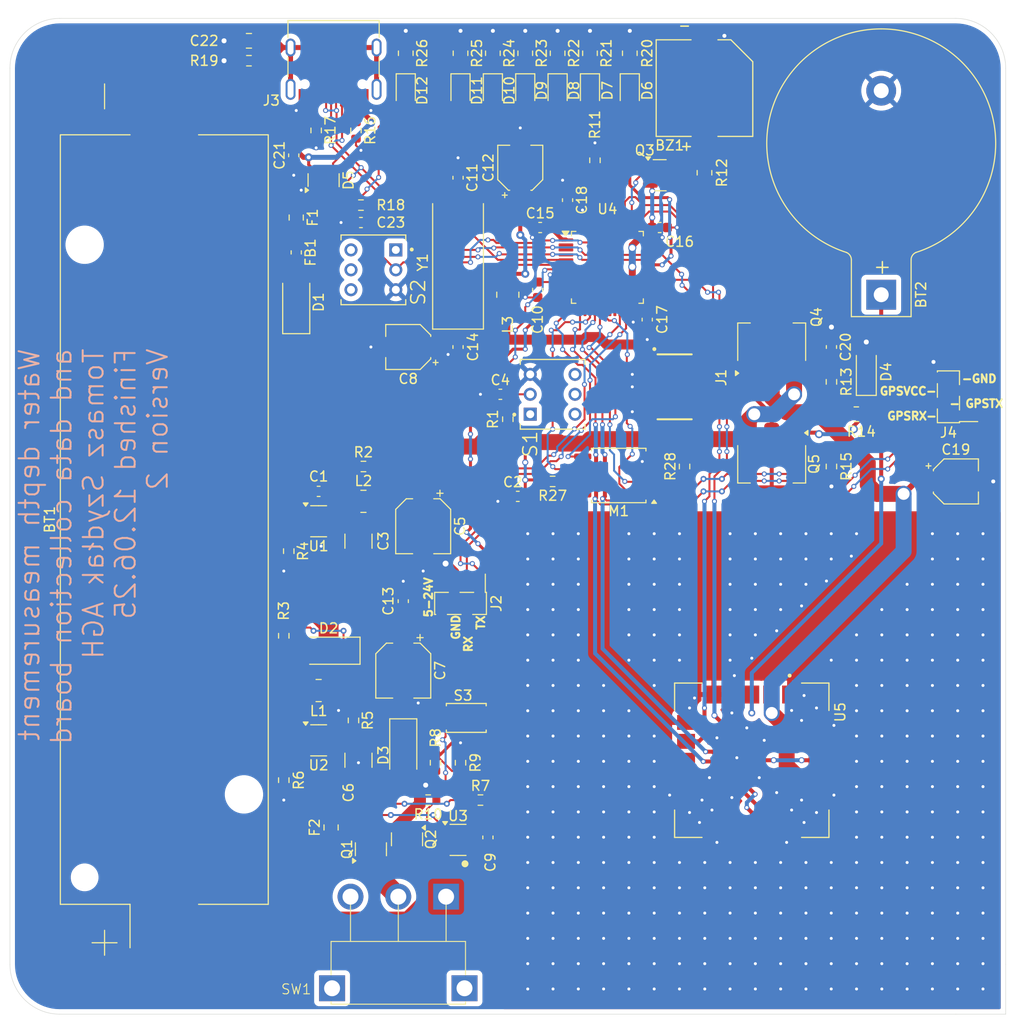
<source format=kicad_pcb>
(kicad_pcb (version 20241229) (generator "pcbnew") (generator_version "9.0")
  (title_block (title "Testing") (date "2025-04-05") (rev "0"))
  (layers (0 "F.Cu" signal) (2 "B.Cu" signal) (13 "F.Paste" user) (15 "B.Paste" user) (5 "F.SilkS" user "F.Silkscreen") (7 "B.SilkS" user "B.Silkscreen") (1 "F.Mask" user) (3 "B.Mask" user) (25 "Edge.Cuts" user))
  (net 0 "")
  (net 1 "+BATT")
  (net 2 "GND")
  (net 3 "Net-(BT2-+)")
  (net 4 "Net-(U1-SW)")
  (net 5 "Net-(U1-BS)")
  (net 6 "+3.3V")
  (net 7 "+12V")
  (net 8 "Net-(D1-K)")
  (net 9 "/RESET")
  (net 10 "Net-(U3-VDD)")
  (net 11 "Net-(U4-VDDA)")
  (net 12 "Net-(U4-PF0)")
  (net 13 "Net-(U4-PF1)")
  (net 14 "/GPS_VCC")
  (net 15 "Net-(C21-Pad2)")
  (net 16 "Net-(J3-SHIELD)")
  (net 17 "/GPIO_In_PB4")
  (net 18 "Net-(D1-A)")
  (net 19 "Net-(D2-A)")
  (net 20 "Net-(D4-K)")
  (net 21 "/USB_DM")
  (net 22 "/USB_DP")
  (net 23 "Net-(D6-K)")
  (net 24 "/GPIO_Out_PA10")
  (net 25 "Net-(D7-K)")
  (net 26 "/GPIO_Out_PB5")
  (net 27 "Net-(D8-K)")
  (net 28 "/GPIO_Out_PB6")
  (net 29 "/GPIO_Out_PB7")
  (net 30 "Net-(D9-K)")
  (net 31 "Net-(D10-K)")
  (net 32 "/GPIO_Out_PB8")
  (net 33 "/GPIO_Out_PB9")
  (net 34 "Net-(D11-K)")
  (net 35 "Net-(D12-K)")
  (net 36 "+5V")
  (net 38 "/USART3_TX")
  (net 39 "/USART3_RX")
  (net 41 "Net-(J3-CC1)")
  (net 43 "Net-(J3-CC2)")
  (net 44 "/SPI_MISO")
  (net 45 "/SOI_MOSI")
  (net 46 "/GPIO_Out_PB0")
  (net 47 "/SPI_SCK")
  (net 48 "Net-(Q1-S)")
  (net 49 "Net-(Q1-D)")
  (net 50 "Net-(Q1-G)")
  (net 51 "Net-(Q2-G)")
  (net 52 "/GPIO_Out_PA15")
  (net 53 "Net-(Q4-B)")
  (net 54 "Net-(Q5-B)")
  (net 55 "Net-(U1-FB)")
  (net 56 "Net-(U2-FB)")
  (net 57 "Net-(U2-OC)")
  (net 58 "/CS")
  (net 59 "Net-(U4-BOOT0)")
  (net 60 "Net-(BZ1-+)")
  (net 72 "/SYS_SWDIO")
  (net 74 "/SYS_SWCLK")
  (net 77 "/USART2_RX")
  (net 81 "/RTC_REFIN")
  (net 83 "/USART2_TX")
  (net 84 "/GPIO_Out_PB3")
  (net 96 "-BATT")
  (net 97 "Net-(Q3-D)")
  (net 98 "Net-(BT1-+)")
  (net 99 "/ADC")
  (net 100 "Net-(M1-WP#(IO2))")
  (net 101 "Net-(M1-HOLD#(IO3))")
  (footprint "Resistor_SMD:R_0805_2012Metric" (layer "F.Cu") (at 128.25 43.5 -90)
    (property "Reference" "R21")
    (property "Value" "1k")
  )
  (footprint "My_Library:PS-5850DVA-6PN" (layer "F.Cu") (at 106.75 65.25 -90)
    (property "Reference" "S2")
    (property "Value" "PS-5850DVA-6PN")
  )
  (footprint "Capacitor_SMD:C_0603_1608Metric" (layer "F.Cu") (at 105.25 60.5)
    (property "Reference" "C23")
    (property "Value" "100nF/10V")
  )
  (footprint "Resistor_SMD:R_0805_2012Metric" (layer "F.Cu") (at 109.75 43.5 -90)
    (property "Reference" "R26")
    (property "Value" "1k")
  )
  (footprint "Capacitor_SMD:CP_Elec_4x5.4" (layer "F.Cu") (at 165 86.5)
    (property "Reference" "C19")
    (property "Value" "4.7uF/25V")
  )
  (footprint "Inductor_SMD:L_1008_2520Metric" (layer "F.Cu") (at 105.5 88.5)
    (property "Reference" "L2")
    (property "Value" "10uH")
  )
  (footprint "Connector_PinHeader_1.27mm:PinHeader_1x04_P1.27mm_Vertical_SMD_Pin1Left" (layer "F.Cu") (at 115.25 98.75 -90)
    (property "Reference" "J2")
    (property "Value" "Conn_01x04_Pin")
  )
  (footprint "Capacitor_SMD:C_0603_1608Metric" (layer "F.Cu") (at 118 122.25 -90)
    (property "Reference" "C9")
    (property "Value" "100nF/10V")
  )
  (footprint "LED_SMD:LED_0805_2012Metric" (layer "F.Cu") (at 132.25 47.25 -90)
    (property "Reference" "D6")
    (property "Value" "BLUE")
  )
  (footprint "Resistor_SMD:R_0603_1608Metric" (layer "F.Cu") (at 112 118.5 180)
    (property "Reference" "R10")
    (property "Value" "2k")
  )
  (footprint "Resistor_SMD:R_0603_1608Metric" (layer "F.Cu") (at 105.25 58.75 180)
    (property "Reference" "R18")
    (property "Value" "10k")
  )
  (footprint "Resistor_SMD:R_0603_1608Metric" (layer "F.Cu") (at 152.5 76.5 90)
    (property "Reference" "R13")
    (property "Value" "2.2k")
  )
  (footprint "LED_SMD:LED_0805_2012Metric" (layer "F.Cu") (at 118.5 47.25 -90)
    (property "Reference" "D10")
    (property "Value" "GREEN")
  )
  (footprint "Resistor_SMD:R_0805_2012Metric" (layer "F.Cu") (at 121.75 43.5 -90)
    (property "Reference" "R23")
    (property "Value" "1k")
  )
  (footprint "LED_SMD:LED_0805_2012Metric" (layer "F.Cu") (at 121.75 47.25 -90)
    (property "Reference" "D9")
    (property "Value" "YELLOW")
  )
  (footprint "Capacitor_SMD:CP_Elec_4x5.4" (layer "F.Cu") (at 110 73 180)
    (property "Reference" "C8")
    (property "Value" "4.7uF/25V")
  )
  (footprint "Capacitor_SMD:C_1210_3225Metric" (layer "F.Cu") (at 105 114.5 90)
    (property "Reference" "C6")
    (property "Value" "22uF/25V")
  )
  (footprint "Capacitor_SMD:C_0603_1608Metric" (layer "F.Cu") (at 135.25 61 180)
    (property "Reference" "C16")
    (property "Value" "100nF/10V")
  )
  (footprint "Package_TO_SOT_SMD:SOT-223-3_TabPin2" (layer "F.Cu") (at 146.5 84.75 -90)
    (property "Reference" "Q5")
    (property "Value" "Q_PNP_BCE")
  )
  (footprint "Capacitor_SMD:C_0603_1608Metric" (layer "F.Cu") (at 121 88)
    (property "Reference" "C2")
    (property "Value" "100nF/10V")
  )
  (footprint "Resistor_SMD:R_0805_2012Metric" (layer "F.Cu") (at 155 79.75)
    (property "Reference" "R14")
    (property "Value" "1k")
  )
  (footprint "Resistor_SMD:R_0805_2012Metric" (layer "F.Cu") (at 118.5 43.5 -90)
    (property "Reference" "R24")
    (property "Value" "1k")
  )
  (footprint "Resistor_SMD:R_0603_1608Metric" (layer "F.Cu") (at 115.25 114.75 90)
    (property "Reference" "R9")
    (property "Value" "100k")
  )
  (footprint "Resistor_SMD:R_0603_1608Metric" (layer "F.Cu") (at 112.74 114.75 90)
    (property "Reference" "R8")
    (property "Value" "100k")
  )
  (footprint "LED_SMD:LED_0805_2012Metric" (layer "F.Cu") (at 109.75 47.25 -90)
    (property "Reference" "D12")
    (property "Value" "GREEN")
  )
  (footprint "Resistor_SMD:R_0603_1608Metric" (layer "F.Cu") (at 104.5 110.5 -90)
    (property "Reference" "R5")
    (property "Value" "82k")
  )
  (footprint "Connector_USB:USB_C_Receptacle_G-Switch_GT-USB-7010ASV" (layer "F.Cu") (at 102.5 44 180)
    (property "Reference" "J3")
    (property "Value" "USB_C_Receptacle_USB2.0_16P")
  )
  (footprint "Package_TO_SOT_SMD:SOT-23" (layer "F.Cu") (at 109.875 122.4375 -90)
    (property "Reference" "Q2")
    (property "Value" "Q_NMOS_GSD")
  )
  (footprint "Capacitor_SMD:C_0603_1608Metric" (layer "F.Cu") (at 98.5 53.75 90)
    (property "Reference" "C21")
    (property "Value" "2.2uF/10V")
  )
  (footprint "Capacitor_SMD:C_0603_1608Metric" (layer "F.Cu") (at 101 87.5 180)
    (property "Reference" "C1")
    (property "Value" "22nF/16V")
  )
  (footprint "My_Library:PS-5850DVA-6PN" (layer "F.Cu") (at 124.25 77.75 90)
    (property "Reference" "S1")
    (property "Value" "PS-5850DVA-6PN")
  )
  (footprint "Resistor_SMD:R_0603_1608Metric" (layer "F.Cu") (at 100.75 51.25 -90)
    (property "Reference" "R17")
    (property "Value" "5.1k")
  )
  (footprint "Capacitor_SMD:C_0603_1608Metric" (layer "F.Cu") (at 123.25 61)
    (property "Reference" "C15")
    (property "Value" "100nF/10V")
  )
  (footprint "Resistor_SMD:R_0603_1608Metric" (layer "F.Cu") (at 128.75 54.25 -90)
    (property "Reference" "R11")
    (property "Value" "100k")
  )
  (footprint "Package_QFP:LQFP-48_7x7mm_P0.5mm" (layer "F.Cu") (at 130 65)
    (property "Reference" "U4")
    (property "Value" "STM32F070CBTx")
  )
  (footprint "Inductor_SMD:L_1008_2520Metric" (layer "F.Cu") (at 101 107.5 180)
    (property "Reference" "L1")
    (property "Value" "4.7uH")
  )
  (footprint "Resistor_SMD:R_0805_2012Metric" (layer "F.Cu") (at 115.25 43.5 -90)
    (property "Reference" "R25")
    (property "Value" "1k")
  )
  (footprint "LED_SMD:LED_0805_2012Metric" (layer "F.Cu") (at 128.25 47.25 -90)
    (property "Reference" "D7")
    (property "Value" "RED")
  )
  (footprint "Capacitor_SMD:C_0603_1608Metric" (layer "F.Cu") (at 115 73 90)
    (property "Reference" "C14")
    (property "Value" "33pF")
  )
  (footprint "Resistor_SMD:R_0805_2012Metric" (layer "F.Cu") (at 139.75 55.5 90)
    (property "Reference" "R12")
    (property "Value" "150")
  )
  (footprint "Diode_SMD:D_SOD-123" (layer "F.Cu") (at 156 75.5 90)
    (property "Reference" "D4")
    (property "Value" "3V")
  )
  (footprint "Capacitor_SMD:CP_Elec_4x5.3" (layer "F.Cu") (at 121.25 55 90)
    (property "Reference" "C12")
    (property "Value" "10uF/10V")
  )
  (footprint "Resistor_SMD:R_0603_1608Metric" (layer "F.Cu") (at 98 93.5 -90)
    (property "Reference" "R4")
    (property "Value" "15k")
  )
  (footprint "Capacitor_SMD:C_0603_1608Metric" (layer "F.Cu") (at 115 56 -90)
    (property "Reference" "C11")
    (property "Value" "33pF")
  )
  (footprint "Resistor_SMD:R_0805_2012Metric" (layer "F.Cu") (at 132.25 43.5 -90)
    (property "Reference" "R20")
    (property "Value" "560")
  )
  (footprint "Crystal:Crystal_SMD_HC49-SD" (layer "F.Cu") (at 115 64.5 90)
    (property "Reference" "Y1")
    (property "Value" "8MHz")
  )
  (footprint "Package_TO_SOT_SMD:SOT-143" (layer "F.Cu") (at 101.5 56.25 90)
    (property "Reference" "D5")
    (property "Value" "SP0503BAHT")
  )
  (footprint "Package_SO:SSOP-8_5.25x5.24mm_P1.27mm" (layer "F.Cu") (at 131.1375 85.905 180)
    (property "Reference" "M1")
    (property "Value" "GD25Q32ESIG")
  )
  (footprint "Resistor_SMD:R_0603_1608Metric" (layer "F.Cu") (at 104.75 51.25 -90)
    (property "Reference" "R16")
    (property "Value" "5.1k")
  )
  (footprint "Capacitor_SMD:C_0603_1608Metric" (layer "F.Cu") (at 126 58.25 -90)
    (property "Reference" "C18")
    (property "Value" "100nF/10V")
  )
  (footprint "My_Library:X1321WVS-2x05J-C40D53" (layer "F.Cu") (at 136.75 77 -90)
    (property "Reference" "J1")
    (property "Value" "SWD")
  )
  (footprint "Fuse:Fuse_0805_2012Metric" (layer "F.Cu") (at 98.75 60 -90)
    (property "Reference" "F1")
    (property "Value" "500mA")
  )
  (footprint "Inductor_SMD:L_0603_1608Metric" (layer "F.Cu") (at 98.75 63.5 -90)
    (property "Reference" "FB1")
    (property "Value" "BLM18PG330SN1D")
  )
  (footprint "LED_SMD:LED_0805_2012Metric" (layer "F.Cu") (at 125 47.25 -90)
    (property "Reference" "D8")
    (property "Value" "ORANGE")
  )
  (footprint "Resistor_SMD:R_0603_1608Metric" (layer "F.Cu") (at 120 80.25 -90)
    (property "Reference" "R1")
    (property "Value" "10k")
  )
  (footprint "Capacitor_SMD:CP_Elec_5x5.4" (layer "F.Cu") (at 111.5 91 -90)
    (property "Reference" "C5")
    (property "Value" "22uF/25V")
  )
  (footprint "Capacitor_SMD:C_0603_1608Metric" (layer "F.Cu") (at 152.5 73 -90)
    (property "Reference" "C20")
    (property "Value" "100nF/10V")
  )
  (footprint "Resistor_SMD:R_0603_1608Metric" (layer "F.Cu") (at 152.5 85 90)
    (property "Reference" "R15")
    (property "Value" "6.2k")
  )
  (footprint "Capacitor_SMD:C_0603_1608Metric" (layer "F.Cu") (at 109.5 98.525 -90)
    (property "Reference" "C13")
    (property "Value" "100nF/25V")
  )
  (footprint "Diode_SMD:D_SOD-128" (layer "F.Cu") (at 98.75 68.5 90)
    (property "Reference" "D1")
    (property "Value" "D_Schottky")
  )
  (footprint "Package_TO_SOT_SMD:SOT-23-6" (layer "F.Cu") (at 115 122.5)
    (property "Reference" "U3")
    (property "Value" "FM2113")
  )
  (footprint "Resistor_SMD:R_0603_1608Metric" (layer "F.Cu") (at 97.5 116.5 90)
    (property "Reference" "R6")
    (property "Value" "15k")
  )
  (footprint "My_Library:XCVR_SAM-M10Q-00B" (layer "F.Cu") (at 144.5 114.5 -90)
    (property "Reference" "U5")
    (property "Value" "SAM-M10Q-00B")
  )
  (footprint "Package_TO_SOT_SMD:SOT-23-6" (layer "F.Cu") (at 101 112.5)
    (property "Reference" "U2")
    (property "Value" "MT3608L")
  )
  (footprint "Capacitor_SMD:C_0603_1608Metric" (layer "F.Cu") (at 123 67.25 90)
    (property "Reference" "C10")
    (property "Value" "100nF/10V")
  )
  (footprint "Resistor_SMD:R_0805_2012Metric" (layer "F.Cu") (at 125 43.5 -90)
    (property "Reference" "R22")
    (property "Value" "1k")
  )
  (footprint "Package_TO_SOT_SMD:SOT-23-6" (layer "F.Cu") (at 101 90.5)
    (property "Reference" "U1")
    (property "Value" "MT2492")
  )
  (footprint "Capacitor_SMD:C_1210_3225Metric" (layer "F.Cu") (at 105 92.5 90)
    (property "Reference" "C3")
    (property "Value" "22uF/25V")
  )
  (footprint "Package_TO_SOT_SMD:SOT-23" (layer "F.Cu") (at 106.25 123.4375 90)
    (property "Reference" "Q1")
    (property "Value" "Q_NMOS_GSD")
  )
  (footprint "Capacitor_SMD:C_0603_1608Metric" (layer "F.Cu") (at 119.25 77.75)
    (property "Reference" "C4")
    (property "Value" "100nF/10V")
  )
  (footprint "Capacitor_SMD:C_0603_1608Metric" (layer "F.Cu") (at 134 70.25 90)
    (property "Reference" "C17")
    (property "Value" "100nF/10V")
  )
  (footprint "Capacitor_SMD:CP_Elec_5x5.4" (layer "F.Cu") (at 109.5 105.5 -90)
    (property "Reference" "C7")
    (property "Value" "22uF/25V")
  )
  (footprint "My_Library:CUI_CMI-9705-0580-SMT-TR" (layer "F.Cu") (at 139.75 47 180)
    (property "Reference" "BZ1")
    (property "Value" "Buzzer")
  )
  (footprint "Resistor_SMD:R_0603_1608Metric" (layer "F.Cu") (at 105.5 85)
    (property "Reference" "R2")
    (property "Value" "68k")
  )
  (footprint "My_Library:SS-12D11G5R Slide Switch" (layer "F.Cu") (at 102.2 137.4 180)
    (property "Reference" "SW1")
    (property "Value" "SS-12D11G5R Slide Switch")
  )
  (footprint "Resistor_SMD:R_0603_1608Metric" (layer "F.Cu") (at 117.25 118.5)
    (property "Reference" "R7")
    (property "Value" "100")
  )
  (footprint "Resistor_SMD:R_0603_1608Metric" (layer "F.Cu") (at 137.75 85 90)
    (property "Reference" "R28")
    (property "Value" "10k")
  )
  (footprint "Capacitor_SMD:C_0805_2012Metric" (layer "F.Cu") (at 94 42.25 180)
    (property "Reference" "C22")
    (property "Value" "4.7nF/16V")
  )
  (footprint "Package_TO_SOT_SMD:SOT-23" (layer "F.Cu") (at 135.25 55.75)
    (property "Reference" "Q3")
    (property "Value" "Q_NMOS_GSD")
  )
  (footprint "Resistor_SMD:R_0603_1608Metric" (layer "F.Cu") (at 94 44.25 180)
    (property "Reference" "R19")
    (property "Value" "1Meg")
  )
  (footprint "My_Library:SW_TS-1088-AR02016" (layer "F.Cu") (at 115.825 110.25 180)
    (property "Reference" "S3")
    (property "Value" "TS-1088-AR02016")
  )
  (footprint "Battery:BatteryHolder_Keystone_103_1x20mm" (layer "F.Cu") (at 157.499999 67.750001 90)
    (property "Reference" "BT2")
    (property "Value" "3V")
  )
  (footprint "Connector_PinHeader_1.27mm:PinHeader_1x04_P1.27mm_Vertical_SMD_Pin1Left" (layer "F.Cu") (at 164.25 78 180)
    (property "Reference" "J4")
    (property "Value" "Conn_01x04_Pin")
  )
  (footprint "Inductor_SMD:L_1008_2520Metric" (layer "F.Cu") (at 120 67.75 -90)
    (property "Reference" "L3")
    (property "Value" "10uH")
  )
  (footprint "Resistor_SMD:R_0603_1608Metric" (layer "F.Cu") (at 124.5 86.5 180)
    (property "Reference" "R27")
    (property "Value" "10k")
  )
  (footprint "Diode_SMD:D_SOD-128" (layer "F.Cu") (at 102 103.5 180)
    (property "Reference" "D2")
    (property "Value" "D_Schottky")
  )
  (footprint "Diode_SMD:D_SOD-128" (layer "F.Cu") (at 109.5 113.5 -90)
    (property "Reference" "D3")
    (property "Value" "D_Schottky")
  )
  (footprint "Battery:BatteryHolder_Keystone_1042_1x18650" (layer "F.Cu") (at 85.5 90.33 90)
    (property "Reference" "BT1")
    (property "Value" "3.7V")
  )
  (footprint "Resistor_SMD:R_0603_1608Metric" (layer "F.Cu") (at 97.5 102 90)
    (property "Reference" "R3")
    (property "Value" "270k")
  )
  (footprint "LED_SMD:LED_0805_2012Metric" (layer "F.Cu") (at 115.25 47.25 -90)
    (property "Reference" "D11")
    (property "Value" "GREEN")
  )
  (footprint "Fuse:Fuse_0805_2012Metric" (layer "F.Cu") (at 102.25 121.25 90)
    (property "Reference" "F2")
    (property "Value" "500mA")
  )
  (footprint "Package_TO_SOT_SMD:SOT-223-3_TabPin2" (layer "F.Cu") (at 146.5 72.5 90)
    (property "Reference" "Q4")
    (property "Value" "Q_PNP_BCE")
  )
  (gr_line (start 70 135) (end 70 45) (stroke (width 0.05)) (layer "Edge.Cuts"))
  (gr_line (start 170 45) (end 170 135) (stroke (width 0.05)) (layer "Edge.Cuts"))
  (gr_arc (start 165 40) (mid 168.535534 41.464466) (end 170 45) (stroke (width 0.05)) (layer "Edge.Cuts"))
  (gr_line (start 170 140) (end 170 135) (stroke (width 0.05)) (layer "Edge.Cuts"))
  (gr_line (start 165 140) (end 75 140) (stroke (width 0.05)) (layer "Edge.Cuts"))
  (gr_line (start 165 140) (end 170 140) (stroke (width 0.05)) (layer "Edge.Cuts"))
  (gr_arc (start 70 45) (mid 71.464466 41.464466) (end 75 40) (stroke (width 0.05)) (layer "Edge.Cuts"))
  (gr_line (start 75 40) (end 165 40) (stroke (width 0.05)) (layer "Edge.Cuts"))
  (gr_arc (start 75 140) (mid 71.464466 138.535534) (end 70 135) (stroke (width 0.05)) (layer "Edge.Cuts"))
  (gr_text "RX" (at 116.5 103.75 90) (layer "F.SilkS") (effects (font (size 0.8 0.8) (thickness 0.2) (bold yes)) (justify left bottom)))
  (gr_text "TX" (at 117.75 101.5 90) (layer "F.SilkS") (effects (font (size 0.8 0.8) (thickness 0.2) (bold yes)) (justify left bottom)))
  (gr_text "GPSVCC-" (at 157.25 77.905 0) (layer "F.SilkS") (effects (font (size 0.8 0.8) (thickness 0.2) (bold yes)) (justify left bottom)))
  (gr_text "5-24V" (at 112.5 100.25 90) (layer "F.SilkS") (effects (font (size 0.8 0.8) (thickness 0.2) (bold yes)) (justify left bottom)))
  (gr_text "- GPSTX" (at 164.25 79.155 0) (layer "F.SilkS") (effects (font (size 0.8 0.8) (thickness 0.2) (bold yes)) (justify left bottom)))
  (gr_text "-GND" (at 165.5 76.655 0) (layer "F.SilkS") (effects (font (size 0.8 0.8) (thickness 0.2) (bold yes)) (justify left bottom)))
  (gr_text "GPSRX-" (at 158 80.405 0) (layer "F.SilkS") (effects (font (size 0.8 0.8) (thickness 0.2) (bold yes)) (justify left bottom)))
  (gr_text "GND" (at 115.25 102.5 90) (layer "F.SilkS") (effects (font (size 0.8 0.8) (thickness 0.2) (bold yes)) (justify left bottom)))
  (gr_text "Water depth measurement \nand data collection board\nTomasz Szydłak AGH\nFinished 12.06.25\nVersion 2" (at 86 73 90) (layer "B.SilkS") (effects (font (size 2 2) (thickness 0.2) (bold yes)) (justify left bottom mirror)))
  (segment (start 102.25 120.3125) (end 104.790921 117.771579) (width 1.6) (layer "F.Cu") (net 1))
  (segment (start 109.5 115.7) (end 112.615 115.7) (width 0.3) (layer "F.Cu") (net 1))
  (segment (start 104.790921 117.771579) (end 107.428421 117.771579) (width 1.6) (layer "F.Cu") (net 1))
  (segment (start 107.428421 117.771579) (end 109.5 115.7) (width 1.6) (layer "F.Cu") (net 1))
  (segment (start 112.615 115.7) (end 112.74 115.575) (width 0.3) (layer "F.Cu") (net 1))
  (segment (start 114.025 73.775) (end 114 73.75) (width 0.2) (layer "F.Cu") (net 2))
  (segment (start 108.925 121.125794) (end 111.175 118.875794) (width 1.2) (layer "F.Cu") (net 2))
  (segment (start 108.2 73) (end 106.25 73) (width 0.2) (layer "F.Cu") (net 2))
  (segment (start 134.675 79.5) (end 134.715 79.54) (width 0.2) (layer "F.Cu") (net 2))
  (segment (start 114.615 95.615) (end 113.75 94.75) (width 1) (layer "F.Cu") (net 2))
  (segment (start 132.277101 70.033484) (end 132.277101 69.189601) (width 0.2) (layer "F.Cu") (net 2))
  (segment (start 134.933824 62.75) (end 135.5 62.183824) (width 0.2) (layer "F.Cu") (net 2))
  (segment (start 134.715 75.73) (end 132.52 75.73) (width 0.2) (layer "F.Cu") (net 2))
  (segment (start 118.475 77.75) (end 117.25 77.75) (width 0.2) (layer "F.Cu") (net 2))
  (segment (start 103.358032 115.975) (end 101 113.616968) (width 0.2) (layer "F.Cu") (net 2))
  (segment (start 132.52 75.73) (end 132.5 75.75) (width 0.2) (layer "F.Cu") (net 2))
  (segment (start 121.75 42.5875) (end 121.75 41.25) (width 0.3) (layer "F.Cu") (net 2))
  (segment (start 132.25 42.5875) (end 132.25 41.25) (width 0.3) (layer "F.Cu") (net 2))
  (segment (start 100.5 90.5) (end 99.8625 90.5) (width 0.2) (layer "F.Cu") (net 2))
  (segment (start 103.358032 93.975) (end 101.816516 92.433484) (width 0.2) (layer "F.Cu") (net 2))
  (segment (start 109.5 97.75) (end 109.5 96.525) (width 0.2) (layer "F.Cu") (net 2))
  (segment (start 121.25 53.2) (end 121.25 51) (width 0.2) (layer "F.Cu") (net 2))
  (segment (start 100.5 112.5) (end 99.8625 112.5) (width 0.2) (layer "F.Cu") (net 2))
  (segment (start 104.75 52.075) (end 104.75 52.75) (width 0.2) (layer "F.Cu") (net 2))
  (segment (start 101.816516 92.433484) (end 101.25 93) (width 0.2) (layer "F.Cu") (net 2))
  (segment (start 126 57.475) (end 126 56.75) (width 0.3) (layer "F.Cu") (net 2))
  (segment (start 162.75 76.095) (end 162.75 74.5) (width 0.3) (layer "F.Cu") (net 2))
  (segment (start 111.175 117.575) (end 111.175 118.5) (width 1.2) (layer "F.Cu") (net 2))
  (segment (start 104.5 109.675) (end 103.175 109.675) (width 0.2) (layer "F.Cu") (net 2))
  (segment (start 166.8 86.5) (end 168.75 86.5) (width 0.3) (layer "F.Cu") (net 2))
  (segment (start 100.75 52.075) (end 100.75 53) (width 0.2) (layer "F.Cu") (net 2))
  (segment (start 98 94.325) (end 98 95) (width 0.2) (layer "F.Cu") (net 2))
  (segment (start 128.25 42.5875) (end 128.25 41.25) (width 0.3) (layer "F.Cu") (net 2))
  (segment (start 98 95) (end 97.5 95.5) (width 0.2) (layer "F.Cu") (net 2))
  (segment (start 132.593617 70.35) (end 132.277101 70.033484) (width 0.2) (layer "F.Cu") (net 2))
  (segment (start 132.593617 70.5) (end 132.593617 70.35) (width 0.2) (layer "F.Cu") (net 2))
  (segment (start 115.25 42.5875) (end 115.25 41.25) (width 0.3) (layer "F.Cu") (net 2))
  (segment (start 120.225 88) (end 119.5 88) (width 0.2) (layer "F.Cu") (net 2))
  (segment (start 104.75 52.75) (end 105.25 53.25) (width 0.2) (layer "F.Cu") (net 2))
  (segment (start 101.816516 92.433484) (end 101 91.616968) (width 0.2) (layer "F.Cu") (net 2))
  (segment (start 136.025 61) (end 137 61) (width 0.2) (layer "F.Cu") (net 2))
  (segment (start 98.5 54.525) (end 98.5 55.75) (width 0.2) (layer "F.Cu") (net 2))
  (segment (start 125.8375 65.75) (end 124.25 65.75) (width 0.2) (layer "F.Cu") (net 2))
  (segment (start 127.75 60.8375) (end 127.75 59.5) (width 0.3) (layer "F.Cu") (net 2))
  (segment (start 105 115.975) (end 105 114.75) (width 0.2) (layer "F.Cu") (net 2))
  (segment (start 115.25 113.925) (end 115.25 112.75) (width 0.2) (layer "F.Cu") (net 2))
  (segment (start 104.475 60.5) (end 103.25 60.5) (width 0.2) (layer "F.Cu") (net 2))
  (segment (start 139.75 42.05) (end 141.45 42.05) (width 0.3) (layer "F.Cu") (net 2))
  (segment (start 111.5 93.2) (end 111.5 95.5) (width 0.2) (layer "F.Cu") (net 2))
  (segment (start 128.75 53.425) (end 128.75 52.5) (width 0.2) (layer "F.Cu") (net 2))
  (segment (start 99.3 47.725) (end 99.3 48.7) (width 0.2) (layer "F.Cu") (net 2))
  (segment (start 121.775 68.025) (end 121.75 68) (width 0.2) (layer "F.Cu") (net 2))
  (segment (start 134.715 77) (end 132.5 77) (width 0.2) (layer "F.Cu") (net 2))
  (segment (start 127.75 59.5) (end 127.5 59.25) (width 0.3) (layer "F.Cu") (net 2))
  (segment (start 115 55.225) (end 115 54) (width 0.2) (layer "F.Cu") (net 2))
  (segment (start 141.45 42.05) (end 141.75 41.75) (width 0.3) (layer "F.Cu") (net 2))
  (segment (start 111.175 117.575) (end 111.75 117) (width 1.2) (layer "F.Cu") (net 2))
  (segment (start 118.5 42.5875) (end 118.5 41.25) (width 0.3) (layer "F.Cu") (net 2))
  (segment (start 108.925 121.5) (end 108.925 121.125794) (width 1.2) (layer "F.Cu") (net 2))
  (segment (start 109.75 42.5875) (end 109.75 41.25) (width 0.3) (layer "F.Cu") (net 2))
  (segment (start 105.7 47.725) (end 105.7 48.7) (width 0.2) (layer "F.Cu") (net 2))
  (segment (start 105 93.975) (end 103.358032 93.975) (width 0.2) (layer "F.Cu") (net 2))
  (segment (start 134.1625 62.75) (end 134.933824 62.75) (width 0.2) (layer "F.Cu") (net 2))
  (segment (start 103.175 109.675) (end 103 109.5) (width 0.2) (layer "F.Cu") (net 2))
  (segment (start 135.5 62.183824) (end 135.5 62) (width 0.2) (layer "F.Cu") (net 2))
  (segment (start 152.5 72.225) (end 152.5 71) (width 0.4) (layer "F.Cu") (net 2))
  (segment (start 152.5 85.825) (end 152.5 87) (width 0.3) (layer "F.Cu") (net 2))
  (segment (start 114.615 97.25) (end 114.615 95.615) (width 1) (layer "F.Cu") (net 2))
  (segment (start 115 73.775) (end 114.025 73.775) (width 0.2) (layer "F.Cu") (net 2))
  (segment (start 105 115.975) (end 103.358032 115.975) (width 0.2) (layer "F.Cu") (net 2))
  (segment (start 109.5 107.7) (end 109.95 107.7) (width 0.2) (layer "F.Cu") (net 2))
  (segment (start 132.5 79.5) (end 134.675 79.5) (width 0.2) (layer "F.Cu") (net 2))
  (segment (start 109.95 107.7) (end 111 108.75) (width 0.2) (layer "F.Cu") (net 2))
  (segment (start 101 113.616968) (end 101 113) (width 0.2) (layer "F.Cu") (net 2))
  (segment (start 97.5 117.325) (end 97.5 118.5) (width 0.2) (layer "F.Cu") (net 2))
  (segment (start 134 84) (end 133.5 84.5) (width 0.2) (layer "F.Cu") (net 2))
  (segment (start 99.3 48.7) (end 98.75 49.25) (width 0.2) (layer "F.Cu") (net 2))
  (segment (start 101 91.616968) (end 101 91) (width 0.2) (layer "F.Cu") (net 2))
  (segment (start 100.75 57.25) (end 99.25 57.25) (width 0.2) (layer "F.Cu") (net 2))
  (segment (start 134 71.025) (end 134 72.25) (width 0.2) (layer "F.Cu") (net 2))
  (segment (start 125 42.5875) (end 125 41.25) (width 0.3) (layer "F.Cu") (net 2))
  (segment (start 93.175 44.25) (end 91.5 44.25) (width 0.5) (layer "F.Cu") (net 2))
  (segment (start 156 73.85) (end 156 72.5) (width 0.4) (layer "F.Cu") (net 2))
  (segment (start 123 68.025) (end 121.775 68.025) (width 0.2) (layer "F.Cu") (net 2))
  (segment (start 93.05 42.25) (end 91.5 42.25) (width 0.5) (layer "F.Cu") (net 2))
  (segment (start 101 91) (end 100.5 90.5) (width 0.2) (layer "F.Cu") (net 2))
  (segment (start 126 56.75) (end 125.5 56.25) (width 0.3) (layer "F.Cu") (net 2))
  (segment (start 119.5 88) (end 119 88.5) (width 0.2) (layer "F.Cu") (net 2))
  (segment (start 111.175 118.875794) (end 111.175 118.5) (width 1.2) (layer "F.Cu") (net 2))
  (segment (start 105.7 48.7) (end 106.25 49.25) (width 0.2) (layer "F.Cu") (net 2))
  (segment (start 101 113) (end 100.5 112.5) (width 0.2) (layer "F.Cu") (net 2))
  (segment (start 134.75 84) (end 134 84) (width 0.2) (layer "F.Cu") (net 2))
  (segment (start 122.475 62) (end 122.475 61) (width 0.3) (layer "F.Cu") (net 2))
  (via (at 125.5 56.25) (size 0.5) (drill 0.3) (layers "F.Cu" "B.Cu") (net 2))
  (via (at 160.1 124.77) (size 0.5) (drill 0.3) (layers "F.Cu" "B.Cu") (net 2))
  (via (at 155.02 122.23) (size 0.5) (drill 0.3) (layers "F.Cu" "B.Cu") (net 2))
  (via (at 162.64 127.31) (size 0.5) (drill 0.3) (layers "F.Cu" "B.Cu") (net 2))
  (via (at 132.16 134.93) (size 0.5) (drill 0.3) (layers "F.Cu" "B.Cu") (net 2))
  (via (at 167.72 129.85) (size 0.5) (drill 0.3) (layers "F.Cu" "B.Cu") (net 2))
  (via (at 132.5 75.75) (size 0.5) (drill 0.3) (layers "F.Cu" "B.Cu") (net 2))
  (via (at 149.5 99) (size 0.5) (drill 0.3) (layers "F.Cu" "B.Cu") (net 2))
  (via (at 127.08 119.69) (size 0.5) (drill 0.3) (layers "F.Cu" "B.Cu") (net 2))
  (via (at 147.4 127.31) (size 0.5) (drill 0.3) (layers "F.Cu" "B.Cu") (net 2))
  (via (at 124.54 94.29) (size 0.5) (drill 0.3) (layers "F.Cu" "B.Cu") (net 2))
  (via (at 157.56 112.07) (size 0.5) (drill 0.3) (layers "F.Cu" "B.Cu") (net 2))
  (via (at 162.64 94.29) (size 0.5) (drill 0.3) (layers "F.Cu" "B.Cu") (net 2))
  (via (at 160.1 117.15) (size 0.5) (drill 0.3) (layers "F.Cu" "B.Cu") (net 2))
  (via (at 149.75 120.75) (size 0.5) (drill 0.3) (layers "F.Cu" "B.Cu") (net 2))
  (via (at 132.16 129.85) (size 0.5) (drill 0.3) (layers "F.Cu" "B.Cu") (net 2))
  (via (at 132.16 94.29) (size 0.5) (drill 0.3) (layers "F.Cu" "B.Cu") (net 2))
  (via (at 127.08 117.15) (size 0.5) (drill 0.3) (layers "F.Cu" "B.Cu") (net 2))
  (via (at 152.75 118) (size 0.5) (drill 0.3) (layers "F.Cu" "B.Cu") (net 2))
  (via (at 141.75 41.75) (size 0.8) (drill 0.4) (layers "F.Cu" "B.Cu") (net 2))
  (via (at 157.56 129.85) (size 0.5) (drill 0.3) (layers "F.Cu" "B.Cu") (net 2))
  (via (at 152.5 71) (size 0.8) (drill 0.5) (layers "F.Cu" "B.Cu") (net 2))
  (via (at 127.08 94.29) (size 0.5) (drill 0.3) (layers "F.Cu" "B.Cu") (net 2))
  (via (at 129.62 122.23) (size 0.5) (drill 0.3) (layers "F.Cu" "B.Cu") (net 2))
  (via (at 127.08 127.31) (size 0.5) (drill 0.3) (layers "F.Cu" "B.Cu") (net 2))
  (via (at 103.25 60.5) (size 0.5) (drill 0.3) (layers "F.Cu" "B.Cu") (net 2))
  (via (at 160.1 99.37) (size 0.5) (drill 0.3) (layers "F.Cu" "B.Cu") (net 2))
  (via (at 137.24 129.85) (size 0.5) (drill 0.3) (layers "F.Cu" "B.Cu") (net 2))
  (via (at 109.75 41.25) (size 0.8) (drill 0.4) (layers "F.Cu" "B.Cu") (net 2))
  (via (at 138.75 108.25) (size 0.5) (drill 0.3) (layers "F.Cu" "B.Cu") (net 2))
  (via (at 162.64 114.61) (size 0.5) (drill 0.3) (layers "F.Cu" "B.Cu") (net 2))
  (via (at 165.18 96.83) (size 0.5) (drill 0.3) (layers "F.Cu" "B.Cu") (net 2))
  (via (at 165.18 101.91) (size 0.5) (drill 0.3) (layers "F.Cu" "B.Cu") (net 2))
  (via (at 139.78 124.77) (size 0.5) (drill 0.3) (layers "F.Cu" "B.Cu") (net 2))
  (via (at 160.1 112.07) (size 0.5) (drill 0.3) (layers "F.Cu" "B.Cu") (net 2))
  (via (at 134.7 114.61) (size 0.5) (drill 0.3) (layers "F.Cu" "B.Cu") (net 2))
  (via (at 148.5 119.5) (size 0.5) (drill 0.3) (layers "F.Cu" "B.Cu") (net 2))
  (via (at 152.48 91.75) (size 0.5) (drill 0.3) (layers "F.Cu" "B.Cu") (net 2))
  (via (at 157.56 127.31) (size 0.5) (drill 0.3) (layers "F.Cu" "B.Cu") (net 2))
  (via (at 91.5 44.25) (size 1) (drill 0.5) (layers "F.Cu" "B.Cu") (net 2))
  (via (at 127.08 99.37) (size 0.5) (drill 0.3) (layers "F.Cu" "B.Cu") (net 2))
  (via (at 137.24 104.45) (size 0.5) (drill 0.3) (layers "F.Cu" "B.Cu") (net 2))
  (via (at 127.08 104.45) (size 0.5) (drill 0.3) (layers "F.Cu" "B.Cu") (net 2))
  (via (at 152.48 129.85) (size 0.5) (drill 0.3) (layers "F.Cu" "B.Cu") (net 2))
  (via (at 124.54 96.83) (size 0.5) (drill 0.3) (layers "F.Cu" "B.Cu") (net 2))
  (via (at 162.64 129.85) (size 0.5) (drill 0.3) (layers "F.Cu" "B.Cu") (net 2))
  (via (at 151 109.25) (size 0.5) (drill 0.3) (layers "F.Cu" "B.Cu") (net 2))
  (via (at 142.32 91.75) (size 0.5) (drill 0.3) (layers "F.Cu" "B.Cu") (net 2))
  (via (at 127.08 132.39) (size 0.5) (drill 0.3) (layers "F.Cu" "B.Cu") (net 2))
  (via (at 167.72 122.23) (size 0.5) (drill 0.3) (layers "F.Cu" "B.Cu") (net 2))
  (via (at 148.5 109.5) (size 0.5) (drill 0.3) (layers "F.Cu" "B.Cu") (net 2))
  (via (at 167.72 127.31) (size 0.5) (drill 0.3) (layers "F.Cu" "B.Cu") (net 2))
  (via (at 101.25 93) (size 0.5) (drill 0.3) (layers "F.Cu" "B.Cu") (net 2))
  (via (at 147.4 124.77) (size 0.5) (drill 0.3) (layers "F.Cu" "B.Cu") (net 2))
  (via (at 157.56 132.39) (size 0.5) (drill 0.3) (layers "F.Cu" "B.Cu") (net 2))
  (via (at 167.72 94.29) (size 0.5) (drill 0.3) (layers "F.Cu" "B.Cu") (net 2))
  (via (at 167.72 91.75) (size 0.5) (drill 0.3) (layers "F.Cu" "B.Cu") (net 2))
  (via (at 165.18 129.85) (size 0.5) (drill 0.3) (layers "F.Cu" "B.Cu") (net 2))
  (via (at 152.48 137.47) (size 0.5) (drill 0.3) (layers "F.Cu" "B.Cu") (net 2))
  (via (at 124.54 104.45) (size 0.5) (drill 0.3) (layers "F.Cu" "B.Cu") (net 2))
  (via (at 132.5 77) (size 0.5) (drill 0.3) (layers "F.Cu" "B.Cu") (net 2))
  (via (at 167.72 101.91) (size 0.5) (drill 0.3) (layers "F.Cu" "B.Cu") (net 2))
  (via (at 152.48 94.29) (size 0.5) (drill 0.3) (layers "F.Cu" "B.Cu") (net 2))
  (via (at 115 54) (size 0.5) (drill 0.3) (layers "F.Cu" "B.Cu") (net 2))
  (via (at 122 106.99) (size 0.5) (drill 0.3) (layers "F.Cu" "B.Cu") (net 2))
  (via (at 160.1 106.99) (size 0.5) (drill 0.3) (layers "F.Cu" "B.Cu") (net 2))
  (via (at 167.72 137.47) (size 0.5) (drill 0.3) (layers "F.Cu" "B.Cu") (net 2))
  (via (at 155.02 117.15) (size 0.5) (drill 0.3) (layers "F.Cu" "B.Cu") (net 2))
  (via (at 127.08 114.61) (size 0.5) (drill 0.3) (layers "F.Cu" "B.Cu") (net 2))
  (via (at 157.56 119.69) (size 0.5) (drill 0.3) (layers "F.Cu" "B.Cu") (net 2))
  (via (at 167.72 109.53) (size 0.5) (drill 0.3) (layers "F.Cu" "B.Cu") (net 2))
  (via (at 124.54 106.99) (size 0.5) (drill 0.3) (layers "F.Cu" "B.Cu") (net 2))
  (via (at 139.78 134.93) (size 0.5) (drill 0.3) (layers "F.Cu" "B.Cu") (net 2))
  (via (at 122 96.83) (size 0.5) (drill 0.3) (layers "F.Cu" "B.Cu") (net 2))
  (via (at 132.16 101.91) (size 0.5) (drill 0.3) (layers "F.Cu" "B.Cu") (net 2))
  (via (at 165.18 104.45) (size 0.5) (drill 0.3) (layers "F.Cu" "B.Cu") (net 2))
  (via (at 147.4 132.39) (size 0.5) (drill 0.3) (layers "F.Cu" "B.Cu") (net 2))
  (via (at 127.08 96.83) (size 0.5) (drill 0.3) (layers "F.Cu" "B.Cu") (net 2))
  (via (at 155.02 91.75) (size 0.5) (drill 0.3) (layers "F.Cu" "B.Cu") (net 2))
  (via (at 122 129.85) (size 0.5) (drill 0.3) (layers "F.Cu" "B.Cu") (net 2))
  (via (at 129.62 134.93) (size 0.5) (drill 0.3) (layers "F.Cu" "B.Cu") (net 2))
  (via (at 155.02 134.93) (size 0.5) (drill 0.3) (layers "F.Cu" "B.Cu") (net 2))
  (via (at 114 73.75) (size 0.5) (drill 0.3) (layers "F.Cu" "B.Cu") (net 2))
  (via (at 124.54 132.39) (size 0.5) (drill 0.3) (layers "F.Cu" "B.Cu") (net 2))
  (via (at 134.7 112.07) (size 0.5) (drill 0.3) (layers "F.Cu" "B.Cu") (net 2))
  (via (at 160.1 114.61) (size 0.5) (drill 0.3) (layers "F.Cu" "B.Cu") (net 2))
  (via (at 162.64 119.69) (size 0.5) (drill 0.3) (layers "F.Cu" "B.Cu") (net 2))
  (via (at 144.86 99.37) (size 0.5) (drill 0.3) (layers "F.Cu" "B.Cu") (net 2))
  (via (at 122 132.39) (size 0.5) (drill 0.3) (layers "F.Cu" "B.Cu") (net 2))
  (via (at 144.86 124.77) (size 0.5) (drill 0.3) (layers "F.Cu" "B.Cu") (net 2))
  (via (at 142.5 109.75) (size 0.5) (drill 0.3) (layers "F.Cu" "B.Cu") (net 2))
  (via (at 134.7 127.31) (size 0.5) (drill 0.3) (layers "F.Cu" "B.Cu") (net 2))
  (via (at 162.64 101.91) (size 0.5) (drill 0.3) (layers "F.Cu" "B.Cu") (net 2))
  (via (at 122 112.07) (size 0.5) (drill 0.3) (layers "F.Cu" "B.Cu") (net 2))
  (via (at 157.56 114.61) (size 0.5) (drill 0.3) (layers "F.Cu" "B.Cu") (net 2))
  (via (at 124.54 134.93) (size 0.5) (drill 0.3) (layers "F.Cu" "B.Cu") (net 2))
  (via (at 149.94 96.83) (size 0.5) (drill 0.3) (layers "F.Cu" "B.Cu") (net 2))
  (via (at 162.64 112.07) (size 0.5) (drill 0.3) (layers "F.Cu" "B.Cu") (net 2))
  (via (at 129.62 137.47) (size 0.5) (drill 0.3) (layers "F.Cu" "B.Cu") (net 2))
  (via (at 133.5 84.5) (size 0.6) (drill 0.3) (layers "F.Cu" "B.Cu") (net 2))
  (via (at 127.08 124.77) (size 0.5) (drill 0.3) (layers "F.Cu" "B.Cu") (net 2))
  (via (at 124.54 99.37) (size 0.5) (drill 0.3) (layers "F.Cu" "B.Cu") (net 2))
  (via (at 152.48 134.93) (size 0.5) (drill 0.3) (layers "F.Cu" "B.Cu") (net 2))
  (via (at 160.1 109.53) (size 0.5) (drill 0.3) (layers "F.Cu" "B.Cu") (net 2))
  (via (at 167.72 96.83) (size 0.5) (drill 0.3) (layers "F.Cu" "B.Cu") (net 2))
  (via (at 122 109.53) (size 0.5) (drill 0.3) (layers "F.Cu" "B.Cu") (net 2))
  (via (at 144.86 101.91) (size 0.5) (drill 0.3) (layers "F.Cu" "B.Cu") (net 2))
  (via (at 165.18 106.99) (size 0.5) (drill 0.3) (layers "F.Cu" "B.Cu") (net 2))
  (via (at 162.64 99.37) (size 0.5) (drill 0.3) (layers "F.Cu" "B.Cu") (net 2))
  (via (at 140.25 116.25) (size 0.5) (drill 0.3) (layers "F.Cu" "B.Cu") (net 2))
  (via (at 168.75 86.5) (size 0.6) (drill 0.4) (layers "F.Cu" "B.Cu") (net 2))
  (via (at 165.18 99.37) (size 0.5) (drill 0.3) (layers "F.Cu" "B.Cu") (net 2))
  (via (at 100.75 53) (size 0.5) (drill 0.3) (layers "F.Cu" "B.Cu") (net 2))
  (via (at 147.4 96.83) (size 0.5) (drill 0.3) (layers "F.Cu" "B.Cu") (net 2))
  (via (at 149.5 118.5) (size 0.5) (drill 0.3) (layers "F.Cu" "B.Cu") (net 2))
  (via (at 157.56 104.45) (size 0.5) (drill 0.3) (layers "F.Cu" "B.Cu") (net 2))
  (via (at 149.94 124.77) (size 0.5) (drill 0.3) (layers "F.Cu" "B.Cu") (net 2))
  (via (at 145.25 116.25) (size 0.5) (drill 0.3) (layers "F.Cu" "B.Cu") (net 2))
  (via (at 167.72 134.93) (size 0.5) (drill 0.3) (layers "F.Cu" "B.Cu") (net 2))
  (via (at 129.62 112.07) (size 0.5) (drill 0.3) (layers "F.Cu" "B.Cu") (net 2))
  (via (at 137.24 94.29) (size 0.5) (drill 0.3) (layers "F.Cu" "B.Cu") (net 2))
  (via (at 134.7 94.29) (size 0.5) (drill 0.3) (layers "F.Cu" "B.Cu") (net 2))
  (via (at 122 127.31) (size 0.5) (drill 0.3) (layers "F.Cu" "B.Cu") (net 2))
  (via (at 156 72.5) (size 0.8) (drill 0.5) (layers "F.Cu" "B.Cu") (net 2))
  (via (at 124.54 117.15) (size 0.5) (drill 0.3) (layers "F.Cu" "B.Cu") (net 2))
  (via (at 139.78 127.31) (size 0.5) (drill 0.3) (layers "F.Cu" "B.Cu") (net 2))
  (via (at 152 96.5) (size 0.5) (drill 0.3) (layers "F.Cu" "B.Cu") (net 2))
  (via (at 134.7 124.77) (size 0.5) (drill 0.3) (layers "F.Cu" "B.Cu") (net 2))
  (via (at 142.32 132.39) (size 0.5) (drill 0.3) (layers "F.Cu" "B.Cu") (net 2))
  (via (at 149.5 110.5) (size 0.5) (drill 0.3) (layers "F.Cu" "B.Cu") (net 2))
  (via (at 137.24 132.39) (size 0.5) (drill 0.3) (layers "F.Cu" "B.Cu") (net 2))
  (via (at 141 122.75) (size 0.5) (drill 0.3) (layers "F.Cu" "B.Cu") (net 2))
  (via (at 98.75 49.25) (size 0.5) (drill 0.3) (layers "F.Cu" "B.Cu") (net 2))
  (via (at 132.16 96.83) (size 0.5) (drill 0.3) (layers "F.Cu" "B.Cu") (net 2))
  (via (at 122 122.23) (size 0.5) (drill 0.3) (layers "F.Cu" "B.Cu") (net 2))
  (via (at 165.18 134.93) (size 0.5) (drill 0.3) (layers "F.Cu" "B.Cu") (net 2))
  (via (at 137.24 99.37) (size 0.5) (drill 0.3) (layers "F.Cu" "B.Cu") (net 2))
  (via (at 141 112.25) (size 0.5) (drill 0.3) (layers "F.Cu" "B.Cu") (net 2))
  (via (at 129.62 109.53) (size 0.5) (drill 0.3) (layers "F.Cu" "B.Cu") (net 2))
  (via (at 134.7 96.83) (size 0.5) (drill 0.3) (layers "F.Cu" "B.Cu") (net 2))
  (via (at 129.62 124.77) (size 0.5) (drill 0.3) (layers "F.Cu" "B.Cu") (net 2))
  (via (at 167.72 132.39) (size 0.5) (drill 0.3) (layers "F.Cu" "B.Cu") (net 2))
  (via (at 147.4 137.47) (size 0.5) (drill 0.3) (layers "F.Cu" "B.Cu") (net 2))
  (via (at 91.5 42.25) (size 1) (drill 0.5) (layers "F.Cu" "B.Cu") (net 2))
  (via (at 142.32 124.77) (size 0.5) (drill 0.3) (layers "F.Cu" "B.Cu") (net 2))
  (via (at 127.08 137.47) (size 0.5) (drill 0.3) (layers "F.Cu" "B.Cu") (net 2))
  (via (at 157.56 109.53) (size 0.5) (drill 0.3) (layers "F.Cu" "B.Cu") (net 2))
  (via (at 117.25 77.75) (size 0.5) (drill 0.3) (layers "F.Cu" "B.Cu") (net 2))
  (via (at 122 101.91) (size 0.5) (drill 0.3) (layers "F.Cu" "B.Cu") (net 2))
  (via (at 160.1 134.93) (size 0.5) (drill 0.3) (layers "F.Cu" "B.Cu") (net 2))
  (via (at 160.1 96.83) (size 0.5) (drill 0.3) (layers "F.Cu" "B.Cu") (net 2))
  (via (at 142.32 137.47) (size 0.5) (drill 0.3) (layers "F.Cu" "B.Cu") (net 2))
  (via (at 124.54 124.77) (size 0.5) (drill 0.3) (layers "F.Cu" "B.Cu") (net 2))
  (via (at 134.7 101.91) (size 0.5) (drill 0.3) (layers "F.Cu" "B.Cu") (net 2))
  (via (at 155.02 104.45) (size 0.5) (drill 0.3) (layers "F.Cu" "B.Cu") (net 2))
  (via (at 132.593617 70.5) (size 0.5) (drill 0.3) (layers "F.Cu" "B.Cu") (net 2))
  (via (at 155.02 137.47) (size 0.5) (drill 0.3) (layers "F.Cu" "B.Cu") (net 2))
  (via (at 124.54 127.31) (size 0.5) (drill 0.3) (layers "F.Cu" "B.Cu") (net 2))
  (via (at 167.72 104.45) (size 0.5) (drill 0.3) (layers "F.Cu" "B.Cu") (net 2))
  (via (at 137.24 96.83) (size 0.5) (drill 0.3) (layers "F.Cu" "B.Cu") (net 2))
  (via (at 144.86 96.83) (size 0.5) (drill 0.3) (layers "F.Cu" "B.Cu") (net 2))
  (via (at 127.08 106.99) (size 0.5) (drill 0.3) (layers "F.Cu" "B.Cu") (net 2))
  (via (at 143 114.25) (size 0.5) (drill 0.3) (layers "F.Cu" "B.Cu") (net 2))
  (via (at 152.48 124.77) (size 0.5) (drill 0.3) (layers "F.Cu" "B.Cu") (net 2))
  (via (at 119 88.5) (size 0.5) (drill 0.3) (layers "F.Cu" "B.Cu") (net 2))
  (via (at 98.5 55.75) (size 0.5) (drill 0.3) (layers "F.Cu" "B.Cu") (net 2))
  (via (at 144.5 104.25) (size 0.5) (drill 0.3) (layers "F.Cu" "B.Cu") (net 2))
  (via (at 167.72 106.99) (size 0.5) (drill 0.3) (layers "F.Cu" "B.Cu") (net 2))
  (via (at 137.24 101.91) (size 0.5) (drill 0.3) (layers "F.Cu" "B.Cu") (net 2))
  (via (at 152.75 111) (size 0.5) (drill 0.3) (layers "F.Cu" "B.Cu") (net 2))
  (via (at 124.54 137.47) (size 0.5) (drill 0.3) (layers "F.Cu" "B.Cu") (net 2))
  (via (at 142.32 104.45) (size 0.5) (drill 0.3) (layers "F.Cu" "B.Cu") (net 2))
  (via (at 162.64 91.75) (size 0.5) (drill 0.3) (layers "F.Cu" "B.Cu") (net 2))
  (via (at 132.16 132.39) (size 0.5) (drill 0.3) (layers "F.Cu" "B.Cu") (net 2))
  (via (at 155.02 119.69) (size 0.5) (drill 0.3) (layers "F.Cu" "B.Cu") (net 2))
  (via (at 109.5 96.525) (size 0.5) (drill 0.3) (layers "F.Cu" "B.Cu") (net 2))
  (via (at 147.4 94.29) (size 0.5) (drill 0.3) (layers "F.Cu" "B.Cu") (net 2))
  (via (at 142.32 99.37) (size 0.5) (drill 0.3) (layers "F.Cu" "B.Cu") (net 2))
  (via (at 127.08 112.07) (size 0.5) (drill 0.3) (layers "F.Cu" "B.Cu") (net 2))
  (via (at 127.08 129.85) (size 0.5) (drill 0.3) (layers "F.Cu" "B.Cu") (net 2))
  (via (at 122 117.15) (size 0.5) (drill 0.3) (layers "F.Cu" "B.Cu") (net 2))
  (via (at 148 122.75) (size 0.5) (drill 0.3) (layers "F.Cu" "B.Cu") (net 2))
  (via (at 138.25 109.25) (size 0.5) (drill 0.3) (layers "F.Cu" "B.Cu") (net 2))
  (via (at 132.16 99.37) (size 0.5) (drill 0.3) (layers "F.Cu" "B.Cu") (net 2))
  (via (at 129.62 114.61) (size 0.5) (drill 0.3) (layers "F.Cu" "B.Cu") (net 2))
  (via (at 167.72 112.07) (size 0.5) (drill 0.3) (layers "F.Cu" "B.Cu") (net 2))
  (via (at 129.62 117.15) (size 0.5) (drill 0.3) (layers "F.Cu" "B.Cu") (net 2))
  (via (at 97.5 95.5) (size 0.5) (drill 0.3) (layers "F.Cu" "B.Cu") (net 2))
  (via (at 122 91.75) (size 0.5) (drill 0.3) (layers "F.Cu" "B.Cu") (net 2))
  (via (at 147.4 129.85) (size 0.5) (drill 0.3) (layers "F.Cu" "B.Cu") (net 2))
  (via (at 124.54 109.53) (size 0.5) (drill 0.3) (layers "F.Cu" "B.Cu") (net 2))
  (via (at 122 119.69) (size 0.5) (drill 0.3) (layers "F.Cu" "B.Cu") (net 2))
  (via (at 144.86 134.93) (size 0.5) (drill 0.3) (layers "F.Cu" "B.Cu") (net 2))
  (via (at 124.54 119.69) (size 0.5) (drill 0.3) (layers "F.Cu" "B.Cu") (net 2))
  (via (at 132.16 124.77) (size 0.5) (drill 0.3) (layers "F.Cu" "B.Cu") (net 2))
  (via (at 155.02 106.99) (size 0.5) (drill 0.3) (layers "F.Cu" "B.Cu") (net 2))
  (via (at 139.78 137.47) (size 0.5) (drill 0.3) (layers "F.Cu" "B.Cu") (net 2))
  (via (at 115.25 112.75) (size 0.5) (drill 0.3) (layers "F.Cu" "B.Cu") (net 2))
  (via (at 132.16 91.75) (size 0.5) (drill 0.3) (layers "F.Cu" "B.Cu") (net 2))
  (via (at 149.75 108) (size 0.5) (drill 0.3) (layers "F.Cu" "B.Cu") (net 2))
  (via (at 160.1 127.31) (size 0.5) (drill 0.3) (layers "F.Cu" "B.Cu") (net 2))
  (via (at 152.48 132.39) (size 0.5) (drill 0.3) (layers "F.Cu" "B.Cu") (net 2))
  (via (at 122 104.45) (size 0.5) (drill 0.3) (layers "F.Cu" "B.Cu") (net 2))
  (via (at 167.72 119.69) (size 0.5) (drill 0.3) (layers "F.Cu" "B.Cu") (net 2))
  (via (at 111.5 95.5) (size 0.5) (drill 0.3) (layers "F.Cu" "B.Cu") (net 2))
  (via (at 122 134.93) (size 0.5) (drill 0.3) (layers "F.Cu" "B.Cu") (net 2))
  (via (at 155.02 101.91) (size 0.5) (drill 0.3) (layers "F.Cu" "B.Cu") (net 2))
  (via (at 121.75 68) (size 0.5) (drill 0.3) (layers "F.Cu" "B.Cu") (net 2))
  (via (at 142.32 127.31) (size 0.5) (drill 0.3) (layers "F.Cu" "B.Cu") (net 2))
  (via (at 152.48 127.31) (size 0.5) (drill 0.3) (layers "F.Cu" "B.Cu") (net 2))
  (via (at 162.64 106.99) (size 0.5) (drill 0.3) (layers "F.Cu" "B.Cu") (net 2))
  (via (at 144.86 91.75) (size 0.5) (drill 0.3) (layers "F.Cu" "B.Cu") (net 2))
  (via (at 165.18 137.47) (size 0.5) (drill 0.3) (layers "F.Cu" "B.Cu") (net 2))
  (via (at 162.64 132.39) (size 0.5) (drill 0.3) (layers "F.Cu" "B.Cu") (net 2))
  (via (at 152.48 104.45) (size 0.5) (drill 0.3) (layers "F.Cu" "B.Cu") (net 2))
  (via (at 144.86 137.47) (size 0.5) (drill 0.3) (layers "F.Cu" "B.Cu") (net 2))
  (via (at 147 101.5) (size 0.5) (drill 0.3) (layers "F.Cu" "B.Cu") (net 2))
  (via (at 134.7 106.99) (size 0.5) (drill 0.3) (layers "F.Cu" "B.Cu") (net 2))
  (via (at 147.4 134.93) (size 0.5) (drill 0.3) (layers "F.Cu" "B.Cu") (net 2))
  (via (at 128.25 41.25) (size 0.8) (drill 0.4) (layers "F.Cu" "B.Cu") (net 2))
  (via (at 155.02 112.07) (size 0.5) (drill 0.3) (layers "F.Cu" "B.Cu") (net 2))
  (via (at 127.08 101.91) (size 0.5) (drill 0.3) (layers "F.Cu" "B.Cu") (net 2))
  (via (at 138.25 119.75) (size 0.5) (drill 0.3) (layers "F.Cu" "B.Cu") (net 2))
  (via (at 132.16 127.31) (size 0.5) (drill 0.3) (layers "F.Cu" "B.Cu") (net 2))
  (via (at 142.32 94.29) (size 0.5) (drill 0.3) (layers "F.Cu" "B.Cu") (net 2))
  (via (at 122 124.77) (size 0.5) (drill 0.3) (layers "F.Cu" "B.Cu") (net 2))
  (via (at 134.7 117.15) (size 0.5) (drill 0.3) (layers "F.Cu" "B.Cu") (net 2))
  (via (at 157.56 137.47) (size 0.5) (drill 0.3) (layers "F.Cu" "B.Cu") (net 2))
  (via (at 105.25 53.25) (size 0.5) (drill 0.3) (layers "F.Cu" "B.Cu") (net 2))
  (via (at 144.86 132.39) (size 0.5) (drill 0.3) (layers "F.Cu" "B.Cu") (net 2))
  (via (at 145.75 112.5) (size 0.5) (drill 0.3) (layers "F.Cu" "B.Cu") (net 2))
  (via (at 103 109.5) (size 0.6) (drill 0.3) (layers "F.Cu" "B.Cu") (net 2))
  (via (at 142.32 129.85) (size 0.5) (drill 0.3) (layers "F.Cu" "B.Cu") (net 2))
  (via (at 152.5 87) (size 0.6) (drill 0.4) (layers "F.Cu" "B.Cu") (net 2))
  (via (at 127.08 134.93) (size 0.5) (drill 0.3) (layers "F.Cu" "B.Cu") (net 2))
  (via (at 111.75 117) (size 1) (drill 0.5) (layers "F.Cu" "B.Cu") (net 2))
  (via (at 155.02 124.77) (size 0.5) (drill 0.3) (layers "F.Cu" "B.Cu") (net 2))
  (via (at 157.56 134.93) (size 0.5) (drill 0.3) (layers "F.Cu" "B.Cu") (net 2))
  (via (at 118.5 41.25) (size 0.8) (drill 0.4) (layers "F.Cu" "B.Cu") (net 2))
  (via (at 134.7 137.47) (size 0.5) (drill 0.3) (layers "F.Cu" "B.Cu") (net 2))
  (via (at 162.64 137.47) (size 0.5) (drill 0.3) (layers "F.Cu" "B.Cu") (net 2))
  (via (at 165.18 114.61) (size 0.5) (drill 0.3) (layers "F.Cu" "B.Cu") (net 2))
  (via (at 162.64 124.77) (size 0.5) (drill 0.3) (layers "F.Cu" "B.Cu") (net 2))
  (via (at 137.24 127.31) (size 0.5) (drill 0.3) (layers "F.Cu" "B.Cu") (net 2))
  (via (at 155.02 129.85) (size 0.5) (drill 0.3) (layers "F.Cu" "B.Cu") (net 2))
  (via (at 139.25 120.75) (size 0.5) (drill 0.3) (layers "F.Cu" "B.Cu") (net 2))
  (via (at 157.56 117.15) (size 0.5) (drill 0.3) (layers "F.Cu" "B.Cu") (net 2))
  (via (at 137.24 134.93) (size 0.5) (drill 0.3) (layers "F.Cu" "B.Cu") (net 2))
  (via (at 139.78 129.85) (size 0.5) (drill 0.3) (layers "F.Cu" "B.Cu") (net 2))
  (via (at 129.62 132.39) (size 0.5) (drill 0.3) (layers "F.Cu" "B.Cu") (net 2))
  (via (at 160.1 137.47) (size 0.5) (drill 0.3) (layers "F.Cu" "B.Cu") (net 2))
  (via (at 149.94 137.47) (size 0.5) (drill 0.3) (layers "F.Cu" "B.Cu") (net 2))
  (via (at 165.18 127.31) (size 0.5) (drill 0.3) (layers "F.Cu" "B.Cu") (net 2))
  (via (at 134.7 91.75) (size 0.5) (drill 0.3) (layers "F.Cu" "B.Cu") (net 2))
  (via (at 106.25 73) (size 0.5) (drill 0.3) (layers "F.Cu" "B.Cu") (net 2))
  (via (at 142.32 96.83) (size 0.5) (drill 0.3) (layers "F.Cu" "B.Cu") (net 2))
  (via (at 137 61) (size 0.5) (drill 0.3) (layers "F.Cu" "B.Cu") (net 2))
  (via (at 124.25 65.75) (size 0.5) (drill 0.3) (layers "F.Cu" "B.Cu") (net 2))
  (via (at 134.7 134.93) (size 0.5) (drill 0.3) (layers "F.Cu" "B.Cu") (net 2))
  (via (at 165.18 122.23) (size 0.5) (drill 0.3) (layers "F.Cu" "B.Cu") (net 2))
  (via (at 160.1 132.39) (size 0.5) (drill 0.3) (layers "F.Cu" "B.Cu") (net 2))
  (via (at 149.94 91.75) (size 0.5) (drill 0.3) (layers "F.Cu" "B.Cu") (net 2))
  (via (at 155.02 127.31) (size 0.5) (drill 0.3) (layers "F.Cu" "B.Cu") (net 2))
  (via (at 137.24 137.47) (size 0.5) (drill 0.3) (layers "F.Cu" "B.Cu") (net 2))
  (via (at 124.54 112.07) (size 0.5) (drill 0.3) (layers "F.Cu" "B.Cu") (net 2))
  (via (at 149.94 134.93) (size 0.5) (drill 0.3) (layers "F.Cu" "B.Cu") (net 2))
  (via (at 165.18 119.69) (size 0.5) (drill 0.3) (layers "F.Cu" "B.Cu") (net 2))
  (via (at 144 111.25) (size 0.5) (drill 0.3) (layers "F.Cu" "B.Cu") (net 2))
  (via (at 139.78 132.39) (size 0.5) (drill 0.3) (layers "F.Cu" "B.Cu") (net 2))
  (via (at 142.32 101.91) (size 0.5) (drill 0.3) (layers "F.Cu" "B.Cu") (net 2))
  (via (at 162.64 134.93) (size 0.5) (drill 0.3) (layers "F.Cu" "B.Cu") (net 2))
  (via (at 134.7 122.23) (size 0.5) (drill 0.3) (layers "F.Cu" "B.Cu") (net 2))
  (via (at 160.1 104.45) (size 0.5) (drill 0.3) (layers "F.Cu" "B.Cu") (net 2))
  (via (at 140.5 119.5) (size 0.5) (drill 0.3) (layers "F.Cu" "B.Cu") (net 2))
  (via (at 132.16 114.61) (size 0.5) (drill 0.3) (layers "F.Cu" "B.Cu") (net 2))
  (via (at 147.4 99.37) (size 0.5) (drill 0.3) (layers "F.Cu" "B.Cu") (net 2))
  (via (at 115.25 41.25) (size 0.8) (drill 0.4) (layers "F.Cu" "B.Cu") (net 2))
  (via (at 137.24 124.77) (size 0.5) (drill 0.3) (layers "F.Cu" "B.Cu") (net 2))
  (via (at 149.94 127.31) (size 0.5) (drill 0.3) (layers "F.Cu" "B.Cu") (net 2))
  (via (at 165.18 132.39) (size 0.5) (drill 0.3) (layers "F.Cu" "B.Cu") (net 2))
  (via (at 142.75 106) (size 0.5) (drill 0.3) (layers "F.Cu" "B.Cu") (net 2))
  (via (at 132.16 117.15) (size 0.5) (drill 0.3) (layers "F.Cu" "B.Cu") (net 2))
  (via (at 162.75 74.5) (size 0.6) (drill 0.4) (layers "F.Cu" "B.Cu") (net 2))
  (via (at 129.62 119.69) (size 0.5) (drill 0.3) (layers "F.Cu" "B.Cu") (net 2))
  (via (at 147 117.75) (size 0.5) (drill 0.3) (layers "F.Cu" "B.Cu") (net 2))
  (via (at 157.56 101.91) (size 0.5) (drill 0.3) (layers "F.Cu" "B.Cu") (net 2))
  (via (at 147.4 91.75) (size 0.5) (drill 0.3) (layers "F.Cu" "B.Cu") (net 2))
  (via (at 129.62 129.85) (size 0.5) (drill 0.3) (layers "F.Cu" "B.Cu") (net 2))
  (via (at 136.25 118) (size 0.5) (drill 0.3) (layers "F.Cu" "B.Cu") (net 2))
  (via (at 162.64 96.83) (size 0.5) (drill 0.3) (layers "F.Cu" "B.Cu") (net 2))
  (via (at 132.16 122.23) (size 0.5) (drill 0.3) (layers "F.Cu" "B.Cu") (net 2))
  (via (at 162.64 104.45) (size 0.5) (drill 0.3) (layers "F.Cu" "B.Cu") (net 2))
  (via (at 160.1 119.69) (size 0.5) (drill 0.3) (layers "F.Cu" "B.Cu") (net 2))
  (via (at 134 72.25) (size 0.5) (drill 0.3) (layers "F.Cu" "B.Cu") (net 2))
  (via (at 144.86 129.85) (size 0.5) (drill 0.3) (layers "F.Cu" "B.Cu") (net 2))
  (via (at 132.16 109.53) (size 0.5) (drill 0.3) (layers "F.Cu" "B.Cu") (net 2))
  (via (at 127.5 59.25) (size 0.5) (drill 0.3) (layers "F.Cu" "B.Cu") (net 2))
  (via (at 124.54 122.23) (size 0.5) (drill 0.3) (layers "F.Cu" "B.Cu") (net 2))
  (via (at 124.54 91.75) (size 0.5) (drill 0.3) (layers "F.Cu" "B.Cu") (net 2))
  (via (at 122 94.29) (size 0.5) (drill 0.3) (layers "F.Cu" "B.Cu") (net 2))
  (via (at 113.75 94.75) (size 1) (drill 0.6) (layers "F.Cu" "B.Cu") (net 2))
  (via (at 132.16 137.47) (size 0.5) (drill 0.3) (layers "F.Cu" "B.Cu") (net 2))
  (via (at 167.72 117.15) (size 0.5) (drill 0.3) (layers "F.Cu" "B.Cu") (net 2))
  (via (at 157.56 122.23) (size 0.5) (drill 0.3) (layers "F.Cu" "B.Cu") (net 2))
  (via (at 165.18 124.77) (size 0.5) (drill 0.3) (layers "F.Cu" "B.Cu") (net 2))
  (via (at 121.25 51) (size 0.5) (drill 0.3) (layers "F.Cu" "B.Cu") (net 2))
  (via (at 165.18 94.29) (size 0.5) (drill 0.3) (layers "F.Cu" "B.Cu") (net 2))
  (via (at 160.1 129.85) (size 0.5) (drill 0.3) (layers "F.Cu" "B.Cu") (net 2))
  (via (at 157.56 99.37) (size 0.5) (drill 0.3) (layers "F.Cu" "B.Cu") (net 2))
  (via (at 167.72 114.61) (size 0.5) (drill 0.3) (layers "F.Cu" "B.Cu") (net 2))
  (via (at 134.7 129.85) (size 0.5) (drill 0.3) (layers "F.Cu" "B.Cu") (net 2))
  (via (at 129.62 127.31) (size 0.5) (drill 0.3) (layers "F.Cu" "B.Cu") (net 2))
  (via (at 105 114.75) (size 0.5) (drill 0.3) (layers "F.Cu" "B.Cu") (net 2))
  (via (at 155.02 132.39) (size 0.5) (drill 0.3) (layers "F.Cu" "B.Cu") (net 2))
  (via (at 157.56 124.77) (size 0.5) (drill 0.3) (layers "F.Cu" "B.Cu") (net 2))
  (via (at 144.86 127.31) (size 0.5) (drill 0.3) (layers "F.Cu" "B.Cu") (net 2))
  (via (at 124.54 129.85) (size 0.5) (drill 0.3) (layers "F.Cu" "B.Cu") (net 2))
  (via (at 155.02 109.53) (size 0.5) (drill 0.3) (layers "F.Cu" "B.Cu") (net 2))
  (via (at 162.64 122.23) (size 0.5) (drill 0.3) (layers "F.Cu" "B.Cu") (net 2))
  (via (at 122.475 62) (size 0.5) (drill 0.3) (layers "F.Cu" "B.Cu") (net 2))
  (via (at 124.54 101.91) (size 0.5) (drill 0.3) (layers "F.Cu" "B.Cu") (net 2))
  (via (at 165.18 117.15) (size 0.5) (drill 0.3) (layers "F.Cu" "B.Cu") (net 2))
  (via (at 155.02 114.61) (size 0.5) (drill 0.3) (layers "F.Cu" "B.Cu") (net 2))
  (via (at 162.64 109.53) (size 0.5) (drill 0.3) (layers "F.Cu" "B.Cu") (net 2))
  (via (at 127.08 91.75) (size 0.5) (drill 0.3) (layers "F.Cu" "B.Cu") (net 2))
  (via (at 134.7 119.69) (size 0.5) (drill 0.3) (layers "F.Cu" "B.Cu") (net 2))
  (via (at 111 108.75) (size 0.5) (drill 0.3) (layers "F.Cu" "B.Cu") (net 2))
  (via (at 127.08 109.53) (size 0.5) (drill 0.3) (layers "F.Cu" "B.Cu") (net 2))
  (via (at 162.64 117.15) (size 0.5) (drill 0.3) (layers "F.Cu" "B.Cu") (net 2))
  (via (at 132.16 119.69) (size 0.5) (drill 0.3) (layers "F.Cu" "B.Cu") (net 2))
  (via (at 127.08 122.23) (size 0.5) (drill 0.3) (layers "F.Cu" "B.Cu") (net 2))
  (via (at 149.94 129.85) (size 0.5) (drill 0.3) (layers "F.Cu" "B.Cu") (net 2))
  (via (at 106.25 49.25) (size 0.5) (drill 0.3) (layers "F.Cu" "B.Cu") (net 2))
  (via (at 142.32 134.93) (size 0.5) (drill 0.3) (layers "F.Cu" "B.Cu") (net 2))
  (via (at 167.72 99.37) (size 0.5) (drill 0.3) (layers "F.Cu" "B.Cu") (net 2))
  (via (at 132.16 112.07) (size 0.5) (drill 0.3) (layers "F.Cu" "B.Cu") (net 2))
  (via (at 132.25 41.25) (size 0.8) (drill 0.4) (layers "F.Cu" "B.Cu") (net 2))
  (via (at 132.16 104.45) (size 0.5) (drill 0.3) (layers "F.Cu" "B.Cu") (net 2))
  (via (at 149.94 132.39) (size 0.5) (drill 0.3) (layers "F.Cu" "B.Cu") (net 2))
  (via (at 157.56 106.99) (size 0.5) (drill 0.3) (layers "F.Cu" "B.Cu") (net 2))
  (via (at 151 119.75) (size 0.5) (drill 0.3) (layers "F.Cu" "B.Cu") (net 2))
  (via (at 128.75 52.5) (size 0.5) (drill 0.3) (layers "F.Cu" "B.Cu") (net 2))
  (via (at 160.1 122.23) (size 0.5) (drill 0.3) (layers "F.Cu" "B.Cu") (net 2))
  (via (at 167.72 124.77) (size 0.5) (drill 0.3) (layers "F.Cu" "B.Cu") (net 2))
  (via (at 122 114.61) (size 0.5) (drill 0.3) (layers "F.Cu" "B.Cu") (net 2))
  (via (at 142.5 118.25) (size 0.5) (drill 0.3) (layers "F.Cu" "B.Cu") (net 2))
  (via (at 134.7 99.37) (size 0.5) (drill 0.3) (layers "F.Cu" "B.Cu") (net 2))
  (via (at 165.18 109.53) (size 0.5) (drill 0.3) (layers "F.Cu" "B.Cu") (net 2))
  (via (at 137.24 91.75) (size 0.5) (drill 0.3) (layers "F.Cu" "B.Cu") (net 2))
  (via (at 144.86 94.29) (size 0.5) (drill 0.3) (layers "F.Cu" "B.Cu") (net 2))
  (via (at 99.25 57.25) (size 0.5) (drill 0.3) (layers "F.Cu" "B.Cu") (net 2))
  (via (at 97.5 118.5) (size 0.5) (drill 0.3) (layers "F.Cu" "B.Cu") (net 2))
  (via (at 122 99.37) (size 0.5) (drill 0.3) (layers "F.Cu" "B.Cu") (net 2))
  (via (at 134.7 132.39) (size 0.5) (drill 0.3) (layers "F.Cu" "B.Cu") (net 2))
  (via (at 132.5 79.5) (size 0.5) (drill 0.3) (layers "F.Cu" "B.Cu") (net 2))
  (via (at 135.5 62) (size 0.5) (drill 0.3) (layers "F.Cu" "B.Cu") (net 2))
  (via (at 124.54 114.61) (size 0.5) (drill 0.3) (layers "F.Cu" "B.Cu") (net 2))
  (via (at 165.18 91.75) (size 0.5) (drill 0.3) (layers "F.Cu" "B.Cu") (net 2))
  (via (at 160.1 101.91) (size 0.5) (drill 0.3) (layers "F.Cu" "B.Cu") (net 2))
  (via (at 125 41.25) (size 0.8) (drill 0.4) (layers "F.Cu" "B.Cu") (net 2))
  (via (at 122 137.47) (size 0.5) (drill 0.3) (layers "F.Cu" "B.Cu") (net 2))
  (via (at 139.5 118.5) (size 0.5) (drill 0.3) (layers "F.Cu" "B.Cu") (net 2))
  (via (at 154.5 94) (size 0.5) (drill 0.3) (layers "F.Cu" "B.Cu") (net 2))
  (via (at 165.18 112.07) (size 0.5) (drill 0.3) (layers "F.Cu" "B.Cu") (net 2))
  (via (at 121.75 41.25) (size 0.8) (drill 0.4) (layers "F.Cu" "B.Cu") (net 2))
  (via (at 134.7 104.45) (size 0.5) (drill 0.3) (layers "F.Cu" "B.Cu") (net 2))
  (via (at 129.62 106.99) (size 0.5) (drill 0.3) (layers "F.Cu" "B.Cu") (net 2))
  (via (at 149.94 94.29) (size 0.5) (drill 0.3) (layers "F.Cu" "B.Cu") (net 2))
  (segment (start 157.499999 86.249999) (end 157.499999 67.750001) (width 0.4) (layer "F.Cu") (net 3))
  (segment (start 144.5 109.75) (end 144.5 107.9) (width 0.4) (layer "F.Cu") (net 3))
  (segment (start 157.5 86.25) (end 157.499999 86.249999) (width 0.4) (layer "F.Cu") (net 3))
  (via (at 144.5 109.75) (size 0.7) (drill 0.4) (layers "F.Cu" "B.Cu") (net 3))
  (via (at 157.5 86.25) (size 0.7) (drill 0.4) (layers "F.Cu" "B.Cu") (net 3))
  (segment (start 157.5 92.730654) (end 144.5 105.730654) (width 0.4) (layer "B.Cu") (net 3))
  (segment (start 157.5 86.25) (end 157.5 92.730654) (width 0.4) (layer "B.Cu") (net 3))
  (segment (start 144.5 105.730654) (end 144.5 109.75) (width 0.4) (layer "B.Cu") (net 3))
  (segment (start 103.375 89.55) (end 104.425 88.5) (width 0.9) (layer "F.Cu") (net 4))
  (segment (start 101.775 89.1875) (end 101.775 87.5) (width 0.2) (layer "F.Cu") (net 4))
  (segment (start 102.1375 89.55) (end 101.775 89.1875) (width 0.2) (layer "F.Cu") (net 4))
  (segment (start 102.1375 89.55) (end 103.375 89.55) (width 0.9) (layer "F.Cu") (net 4))
  (segment (start 99.8625 89.55) (end 100.225 89.1875) (width 0.2) (layer "F.Cu") (net 5))
  (segment (start 100.225 89.1875) (end 100.225 87.5) (width 0.2) (layer "F.Cu") (net 5))
  (segment (start 118.87242 65.65) (end 121.75 65.65) (width 0.4) (layer "F.Cu") (net 6))
  (segment (start 134.5 57.35) (end 134.5 56.8875) (width 0.4) (layer "F.Cu") (net 6))
  (segment (start 118.499 67.32658) (end 118.499 66.02342) (width 0.4) (layer "F.Cu") (net 6))
  (segment (start 135.176 72.418918) (end 135.176 70.176) (width 1) (layer "F.Cu") (net 6))
  (segment (start 107.027818 55.972182) (end 107.027818 50.909682) (width 0.2) (layer "F.Cu") (net 6))
  (segment (start 137.5 82.251) (end 128.268182 82.251) (width 1.6) (layer "F.Cu") (net 6))
  (segment (start 123.525 86.35) (end 123.675 86.5) (width 0.3) (layer "F.Cu") (net 6))
  (segment (start 121.25 61.75) (end 121.25 59) (width 0.4) (layer "F.Cu") (net 6))
  (segment (start 121.75 87.975) (end 121.775 88) (width 0.3) (layer "F.Cu") (net 6))
  (segment (start 121.75 86.35) (end 121.75 87.975) (width 0.3) (layer "F.Cu") (net 6))
  (segment (start 119.25 72.25) (end 119.264547 72.264547) (width 1) (layer "F.Cu") (net 6))
  (segment (start 133.606082 73.201) (end 134.393918 73.201) (width 1) (layer "F.Cu") (net 6))
  (segment (start 107.027818 50.909682) (end 109.75 48.1875) (width 0.2) (layer "F.Cu") (net 6))
  (segment (start 105.861091 57.313909) (end 105.861091 57.138909) (width 0.2) (layer "F.Cu") (net 6))
  (segment (start 132.951 68.163376) (end 132.5 67.712376) (width 0.7) (layer "F.Cu") (net 6))
  (segment (start 148.75 77.75) (end 148.75 75.7) (width 1.6) (layer "F.Cu") (net 6))
  (segment (start 123.675 86.5) (end 124.985 87.81) (width 0.3) (layer "F.Cu") (net 6))
  (segment (start 106.325 85) (end 106.325 88.25) (width 0.2) (layer "F.Cu") (net 6))
  (segment (start 135.176 70.176) (end 134.475 69.475) (width 1) (layer "F.Cu") (net 6))
  (segment (start 126 59.6385) (end 127.199 60.8375) (width 0.4) (layer "F.Cu") (net 6))
  (segment (start 124.025 61) (end 124.025 59.05) (width 0.4) (layer "F.Cu") (net 6))
  (segment (start 111.5 88.8) (end 111.5 82.75) (width 2) (layer "F.Cu") (net 6))
  (segment (start 133.238624 62.049) (end 134.1625 62.049) (width 0.7) (layer "F.Cu") (net 6))
  (segment (start 119.99742 68.825) (end 118.499 67.32658) (width 0.4) (layer "F.Cu") (net 6))
  (segment (start 132.951 69.1625) (end 132.951 68.163376) (width 0.7) (layer "F.Cu") (net 6))
  (segment (start 121.75 86.35) (end 123.525 86.35) (width 0.3) (layer "F.Cu") (net 6))
  (segment (start 111.5 80) (end 119.25 72.25) (width 2) (layer "F.Cu") (net 6))
  (segment (start 132.5 67.712376) (end 132.5 64.95) (width 0.7) (layer "F.Cu") (net 6))
  (segment (start 125.135228 82.549) (end 120 82.549) (width 1.6) (layer "F.Cu") (net 6))
  (segment (start 143.549 82.251) (end 138.5 82.251) (width 1.6) (layer "F.Cu") (net 6))
  (segment (start 152.475 75.65) (end 152.5 75.675) (width 0.3) (layer "F.Cu") (net 6))
  (segment (start 132.5 62.787624) (end 133.238624 62.049) (width 0.7) (layer "F.Cu") (net 6))
  (segment (start 134.475 61.7365) (end 134.475 61) (width 0.7) (layer "F.Cu") (net 6))
  (segment (start 134.475 69.475) (end 134 69.475) (width 1) (layer "F.Cu") (net 6))
  (segment (start 112.6375 48.1875) (end 109.75 48.1875) (width 0.3) (layer "F.Cu") (net 6))
  (segment (start 111.5 82.75) (end 111.5 80) (width 2) (layer "F.Cu") (net 6))
  (segment (start 134.715 73.404925) (end 134.715 74.46) (width 0.3) (layer "F.Cu") (net 6))
  (segment (start 120 82.549) (end 117.420182 82.549) (width 1.6) (layer "F.Cu") (net 6))
  (segment (start 134 69.475) (end 133.2635 69.475) (width 0.7) (layer "F.Cu") (net 6))
  (segment (start 117.420182 82.549) (end 116.970182 82.999) (width 1.6) (layer "F.Cu") (net 6))
  (segment (start 124.985 87.81) (end 127.525 87.81) (width 0.3) (layer "F.Cu") (net 6))
  (segment (start 106.575 88.5) (end 111.2 88.5) (width 2) (layer "F.Cu") (net 6))
  (segment (start 144.2 81.6) (end 144.2 80.3) (width 1.6) (layer "F.Cu") (net 6))
  (segment (start 134.393918 73.201) (end 135.176 72.418918) (width 1) (layer "F.Cu") (net 6))
  (segment (start 111.8 73) (end 115 76.2) (width 0.4) (layer "F.Cu") (net 6))
  (segment (start 120 81.075) (end 120 82.549) (width 0.2) (layer "F.Cu") (net 6))
  (segment (start 120 68.825) (end 119.25 69.575) (width 2) (layer "F.Cu") (net 6))
  (segment (start 121.25 59) (end 121.25 56.8) (width 0.4) (layer "F.Cu") (net 6))
  (segment (start 134.5 56.8875) (end 134.3125 56.7) (width 0.4) (layer "F.Cu") (net 6))
  (segment (start 104.425 58.75) (end 105.861091 57.313909) (width 0.2) (layer "F.Cu") (net 6))
  (segment (start 120 68.825) (end 119.99742 68.825) (width 0.4) (layer "F.Cu") (net 6))
  (segment (start 127.877264 72) (end 129.155082 72) (width 1) (layer "F.Cu") (net 6))
  (segment (start 121.75 84.588235) (end 121.75 82.75) (width 0.3) (layer "F.Cu") (net 6))
  (segment (start 125.449 62.199) (end 125.8375 62.199) (width 0.4) (layer "F.Cu") (net 6))
  (segment (start 129.905082 72.75) (end 133.155082 72.75) (width 1) (layer "F.Cu") (net 6))
  (segment (start 125.285228 82.699) (end 125.135228 82.549) (width 1.6) (layer "F.Cu") (net 6))
  (segment (start 116.970182 82.999) (end 111.749 82.999) (width 1.6) (layer "F.Cu") (net 6))
  (segment (start 128.268182 82.251) (end 127.820182 82.699) (width 1.6) (layer "F.Cu") (net 6))
  (segment (start 133.2635 69.475) (end 132.951 69.1625) (width 0.7) (layer "F.Cu") (net 6))
  (segment (start 134.1625 62.049) (end 134.475 61.7365) (width 0.7) (layer "F.Cu") (net 6))
  (segment (start 129.155082 72) (end 129.905082 72.75) (width 1) (layer "F.Cu") (net 6))
  (segment (start 118.499 66.02342) (end 118.87242 65.65) (width 0.4) (layer "F.Cu") (net 6))
  (segment (start 119.25 69.575) (end 119.25 72.25) (width 2) (layer "F.Cu") (net 6))
  (segment (start 127.612717 72.264547) (end 127.877264 72) (width 1) (layer "F.Cu") (net 6))
  (segment (start 119.264547 72.264547) (end 127.612717 72.264547) (width 1) (layer "F.Cu") (net 6))
  (segment (start 138.5 82.251) (end 137.5 82.251) (width 1.6) (layer "F.Cu") (net 6))
  (segment (start 152.5 75.675) (end 152.5 73.775) (width 0.4) (layer "F.Cu") (net 6))
  (segment (start 134.475 60.025) (end 134.5 60) (width 0.4) (layer "F.Cu") (net 6))
  (segment (start 124.25 61) (end 125.449 62.199) (width 0.4) (layer "F.Cu") (net 6))
  (segment (start 127.820182 82.699) (end 125.285228 82.699) (width 1.6) (layer "F.Cu") (net 6))
  (segment (start 132.5 63.05) (end 132.5 62.787624) (width 0.7) (layer "F.Cu") (net 6))
  (segment (start 124 59.025) (end 121.275 59.025) (width 0.4) (layer "F.Cu") (net 6))
  (segment (start 144.2 80.3) (end 144.75 79.75) (width 1.6) (layer "F.Cu") (net 6))
  (segment (start 134.475 61) (end 134.475 60.025) (width 0.4) (layer "F.Cu") (net 6))
  (segment (start 126 59.025) (end 126 59.6385) (width 0.4) (layer "F.Cu") (net 6))
  (segment (start 124.025 61) (end 124.25 61) (width 0.4) (layer "F.Cu") (net 6))
  (segment (start 126 59.025) (end 124 59.025) (width 0.4) (layer "F.Cu") (net 6))
  (segment (start 121.25 56.8) (end 112.6375 48.1875) (width 0.3) (layer "F.Cu") (net 6))
  (segment (start 133.155082 72.75) (end 133.606082 73.201) (width 1) (layer "F.Cu") (net 6))
  (segment (start 148.8 75.65) (end 152.475 75.65) (width 0.4) (layer "F.Cu") (net 6))
  (segment (start 144.2 81.6) (end 143.549 82.251) (width 1.6) (layer "F.Cu") (net 6))
  (segment (start 137.75 84.175) (end 137.75 82.501) (width 0.2) (layer "F.Cu") (net 6))
  (via (at 132.5 64.95) (size 0.8) (drill 0.6) (layers "F.Cu" "B.Cu") (net 6))
  (via (at 107.027818 55.972182) (size 0.5) (drill 0.3) (layers "F.Cu" "B.Cu") (net 6))
  (via (at 132.5 63.05) (size 0.8) (drill 0.6) (layers "F.Cu" "B.Cu") (net 6))
  (via (at 121.25 61.75) (size 0.8) (drill 0.4) (layers "F.Cu" "B.Cu") (net 6))
  (via (at 121.75 65.65) (size 0.8) (drill 0.4) (layers "F.Cu" "B.Cu") (net 6))
  (via (at 134.5 57.35) (size 0.6) (drill 0.4) (layers "F.Cu" "B.Cu") (net 6))
  (via (at 148.75 77.75) (size 1.6) (drill 1.2) (layers "F.Cu" "B.Cu") (net 6))
  (via (at 121.75 86.35) (size 0.6) (drill 0.4) (layers "F.Cu" "B.Cu") (net 6))
  (via (at 134.5 60) (size 0.6) (drill 0.4) (layers "F.Cu" "B.Cu") (net 6))
  (via (at 105.861091 57.138909) (size 0.5) (drill 0.3) (layers "F.Cu" "B.Cu") (net 6))
  (via (at 144.75 79.75) (size 1.6) (drill 1.2) (layers "F.Cu" "B.Cu") (net 6))
  (via (at 121.75 84.588235) (size 0.6) (drill 0.4) (layers "F.Cu" "B.Cu") (net 6))
  (segment (start 121.75 65.65) (end 121.75 62.25) (width 0.4) (layer "B.Cu") (net 6))
  (segment (start 132.5 64.95) (end 132.5 63.05) (width 0.7) (layer "B.Cu") (net 6))
  (segment (start 105.861091 57.138909) (end 107.027818 55.972182) (width 0.2) (layer "B.Cu") (net 6))
  (segment (start 121.75 86.35) (end 121.75 84.588235) (width 0.3) (layer "B.Cu") (net 6))
  (segment (start 134.5 60) (end 134.5 57.35) (width 0.4) (layer "B.Cu") (net 6))
  (segment (start 146.75 79.75) (end 148.75 77.75) (width 1.6) (layer "B.Cu") (net 6))
  (segment (start 121.75 62.25) (end 121.25 61.75) (width 0.4) (layer "B.Cu") (net 6))
  (segment (start 144.75 79.75) (end 146.75 79.75) (width 1.6) (layer "B.Cu") (net 6))
  (segment (start 112.395 99.3) (end 113.345 100.25) (width 1) (layer "F.Cu") (net 7))
  (segment (start 107.601 99.3) (end 107.551 99.25) (width 1) (layer "F.Cu") (net 7))
  (segment (start 106.35 91.025) (end 105 91.025) (width 2) (layer "F.Cu") (net 7))
  (segment (start 103.5 102.8) (end 104.2 103.5) (width 0.2) (layer "F.Cu") (net 7))
  (segment (start 109.5 99.3) (end 112.395 99.3) (width 1) (layer "F.Cu") (net 7))
  (segment (start 104.2 103.5) (end 107.551 100.149) (width 2) (layer "F.Cu") (net 7))
  (segment (start 107.551 92.226) (end 106.35 91.025) (width 2) (layer "F.Cu") (net 7))
  (segment (start 109.5 99.3) (end 107.601 99.3) (width 1) (layer "F.Cu") (net 7))
  (segment (start 107.551 99.25) (end 107.551 92.226) (width 2) (layer "F.Cu") (net 7))
  (segment (start 107.551 100.149) (end 107.551 99.25) (width 2) (layer "F.Cu") (net 7))
  (segment (start 100.161485 101.175) (end 100.486485 101.5) (width 0.2) (layer "F.Cu") (net 7))
  (segment (start 105 91.025) (end 102.125 91.025) (width 1.6) (layer "F.Cu") (net 7))
  (segment (start 97.5 101.175) (end 100.161485 101.175) (width 0.2) (layer "F.Cu") (net 7))
  (segment (start 109.5 99.3) (end 109.5 103.3) (width 1) (layer "F.Cu") (net 7))
  (segment (start 103.5 101.5) (end 103.5 102.8) (width 0.2) (layer "F.Cu") (net 7))
  (via (at 103.5 101.5) (size 0.6) (drill 0.3) (layers "F.Cu" "B.Cu") (net 7))
  (via (at 100.486485 101.5) (size 0.6) (drill 0.3) (layers "F.Cu" "B.Cu") (net 7))
  (segment (start 100.486485 101.5) (end 103.5 101.5) (width 0.2) (layer "B.Cu") (net 7))
  (segment (start 103.617712 113.182288) (end 102.405212 113.182288) (width 2) (layer "F.Cu") (net 8))
  (segment (start 96.898976 96.951) (end 96.049 96.101024) (width 2) (layer "F.Cu") (net 8))
  (segment (start 103.775 113.025) (end 103.617712 113.182288) (width 2) (layer "F.Cu") (net 8))
  (segment (start 96.049 96.101024) (end 96.049 73.401) (width 2) (layer "F.Cu") (net 8))
  (segment (start 102.075 107.5) (end 101.999 107.424) (width 2) (layer "F.Cu") (net 8))
  (segment (start 105 113.025) (end 103.775 113.025) (width 2) (layer "F.Cu") (net 8))
  (segment (start 98.101024 96.951) (end 96.898976 96.951) (width 2) (layer "F.Cu") (net 8))
  (segment (start 102.075 107.5) (end 105 107.5) (width 2) (layer "F.Cu") (net 8))
  (segment (start 107.775 113.025) (end 106.5 113.025) (width 2) (layer "F.Cu") (net 8))
  (segment (start 96.049 73.401) (end 98.75 70.7) (width 2) (layer "F.Cu") (net 8))
  (segment (start 106.5 113.025) (end 105 113.025) (width 2) (layer "F.Cu") (net 8))
  (segment (start 105 107.5) (end 106.5 109) (width 2) (layer "F.Cu") (net 8))
  (segment (start 101.999 100.848976) (end 98.101024 96.951) (width 2) (layer "F.Cu") (net 8))
  (segment (start 106.5 109) (end 106.5 113.025) (width 2) (layer "F.Cu") (net 8))
  (segment (start 101.999 107.424) (end 101.999 100.848976) (width 2) (layer "F.Cu") (net 8))
  (segment (start 109.5 111.3) (end 107.775 113.025) (width 2) (layer "F.Cu") (net 8))
  (segment (start 121.75 70.314547) (end 120.75 71.314547) (width 0.2) (layer "F.Cu") (net 9))
  (segment (start 123.713809 65.3) (end 123.814809 65.199) (width 0.2) (layer "F.Cu") (net 9))
  (segment (start 120.75 74) (end 120.025 74.725) (width 0.2) (layer "F.Cu") (net 9))
  (segment (start 122 68.75) (end 121.75 69) (width 0.2) (layer "F.Cu") (net 9))
  (segment (start 120 79.425) (end 120 77.775) (width 0.2) (layer "F.Cu") (net 9))
  (segment (start 120.025 74.725) (end 120.025 77.75) (width 0.2) (layer "F.Cu") (net 9))
  (segment (start 121.75 69) (end 121.75 70.314547) (width 0.2) (layer "F.Cu") (net 9))
  (segment (start 124.529232 65.25) (end 125.8375 65.25) (width 0.2) (layer "F.Cu") (net 9))
  (segment (start 124.478232 65.199) (end 124.529232 65.25) (width 0.2) (layer "F.Cu") (net 9))
  (segment (start 120.025 77.75) (end 122.25 77.75) (width 0.2) (layer "F.Cu") (net 9))
  (segment (start 123.814809 65.199) (end 124.478232 65.199) (width 0.2) (layer "F.Cu") (net 9))
  (via (at 120.75 71.314547) (size 0.5) (drill 0.3) (layers "F.Cu" "B.Cu") (net 9))
  (via (at 123.713809 65.3) (size 0.5) (drill 0.3) (layers "F.Cu" "B.Cu") (net 9))
  (via (at 120.75 74) (size 0.5) (drill 0.3) (layers "F.Cu" "B.Cu") (net 9))
  (via (at 122 68.75) (size 0.5) (drill 0.3) (layers "F.Cu" "B.Cu") (net 9))
  (segment (start 123.713809 65.3) (end 123.5 65.513809) (width 0.2) (layer "B.Cu") (net 9))
  (segment (start 123.5 65.513809) (end 123.5 67.25) (width 0.2) (layer "B.Cu") (net 9))
  (segment (start 123.5 67.25) (end 122 68.75) (width 0.2) (layer "B.Cu") (net 9))
  (segment (start 120.75 74) (end 120.75 71.314547) (width 0.2) (layer "B.Cu") (net 9))
  (segment (start 117.475 122.5) (end 116.1375 122.5) (width 0.3) (layer "F.Cu") (net 10))
  (segment (start 118.826 122.199) (end 118 123.025) (width 0.3) (layer "F.Cu") (net 10))
  (segment (start 118.826 119.251) (end 118.826 122.199) (width 0.3) (layer "F.Cu") (net 10))
  (segment (start 118.075 118.5) (end 118.826 119.251) (width 0.3) (layer "F.Cu") (net 10))
  (segment (start 118 123.025) (end 117.475 122.5) (width 0.3) (layer "F.Cu") (net 10))
  (segment (start 124.529232 66.25) (end 124.304232 66.475) (width 0.2) (layer "F.Cu") (net 11))
  (segment (start 124.304232 66.475) (end 123 66.475) (width 0.2) (layer "F.Cu") (net 11))
  (segment (start 120 66.675) (end 122.8 66.675) (width 0.2) (layer "F.Cu") (net 11))
  (segment (start 125.8375 66.25) (end 124.529232 66.25) (width 0.2) (layer "F.Cu") (net 11))
  (segment (start 115 60.25) (end 119 64.25) (width 0.2) (layer "F.Cu") (net 12))
  (segment (start 119 64.25) (end 125.8375 64.25) (width 0.2) (layer "F.Cu") (net 12))
  (segment (start 115 60.25) (end 115 56.775) (width 0.2) (layer "F.Cu") (net 12))
  (segment (start 115 72.225) (end 115 68.75) (width 0.2) (layer "F.Cu") (net 13))
  (segment (start 119 64.75) (end 125.8375 64.75) (width 0.2) (layer "F.Cu") (net 13))
  (segment (start 115 68.75) (end 119 64.75) (width 0.2) (layer "F.Cu") (net 13))
  (segment (start 157.089397 87.75) (end 159.75 87.75) (width 1.6) (layer "F.Cu") (net 14))
  (segment (start 148.001 115.053) (end 149.348 116.4) (width 1.6) (layer "F.Cu") (net 14))
  (segment (start 146.5 109.75) (end 148.001 111.251) (width 1.6) (layer "F.Cu") (net 14))
  (segment (start 146.5 75.65) (end 146.5 78.046999) (width 1.6) (layer "F.Cu") (net 14))
  (segment (start 161 86.5) (end 159.75 87.75) (width 0.6) (layer "F.Cu") (net 14))
  (segment (start 156.149 86.809603) (end 157.089397 87.75) (width 1.6) (layer "F.Cu") (net 14))
  (segment (start 149.348 116.4) (end 151.1 116.4) (width 1.6) (layer "F.Cu") (net 14))
  (segment (start 167.751 81.949) (end 167.751 79.366) (width 0.6) (layer "F.Cu") (net 14))
  (segment (start 146.5 109.75) (end 146.5 108) (width 1.6) (layer "F.Cu") (net 14))
  (segment (start 146.5 78.046999) (end 148.004001 79.551) (width 1.6) (layer "F.Cu") (net 14))
  (segment (start 148.001 111.251) (end 148.001 115.053) (width 1.6) (layer "F.Cu") (net 14))
  (segment (start 163.2 86.5) (end 167.751 81.949) (width 0.6) (layer "F.Cu") (net 14))
  (segment (start 148.004001 79.551) (end 151.051 79.551) (width 1.6) (layer "F.Cu") (net 14))
  (segment (start 163.2 86.5) (end 161 86.5) (width 0.6) (layer "F.Cu") (net 14))
  (segment (start 146.5 75.65) (end 146.5 69.35) (width 1.6) (layer "F.Cu") (net 14))
  (segment (start 156.149 84.649) (end 156.149 86.809603) (width 1.6) (layer "F.Cu") (net 14))
  (segment (start 151.051 79.551) (end 156.149 84.649) (width 1.6) (layer "F.Cu") (net 14))
  (segment (start 167.751 79.366) (end 165.75 77.365) (width 0.6) (layer "F.Cu") (net 14))
  (via (at 146.5 109.75) (size 1.6) (drill 1.2) (layers "F.Cu" "B.Cu") (net 14))
  (via (at 159.75 87.75) (size 1.6) (drill 1.2) (layers "F.Cu" "B.Cu") (net 14))
  (segment (start 159.75 87.75) (end 159.75 93.5) (width 1.6) (layer "B.Cu") (net 14))
  (segment (start 146.5 106.75) (end 146.5 109.75) (width 1.6) (layer "B.Cu") (net 14))
  (segment (start 159.75 93.5) (end 146.5 106.75) (width 1.6) (layer "B.Cu") (net 14))
  (segment (start 100 53.951) (end 100 54.7) (width 0.3) (layer "F.Cu") (net 15))
  (segment (start 98.5 52.975) (end 97.83494 52.975) (width 1.6) (layer "F.Cu") (net 15))
  (segment (start 104.9 48.915768) (end 106.25 50.265768) (width 0.5) (layer "F.Cu") (net 15))
  (segment (start 100 54.7) (end 100.55 55.25) (width 0.3) (layer "F.Cu") (net 15))
  (segment (start 97.024 57.3365) (end 98.75 59.0625) (width 1.6) (layer "F.Cu") (net 15))
  (segment (start 99.476 53.951) (end 98.5 52.975) (width 0.5) (layer "F.Cu") (net 15))
  (segment (start 100 53.951) (end 99.476 53.951) (width 0.5) (layer "F.Cu") (net 15))
  (segment (start 106.25 50.265768) (end 106.25 50.5) (width 0.5) (layer "F.Cu") (net 15))
  (segment (start 99.451 49.540364) (end 100.1 48.891364) (width 0.5) (layer "F.Cu") (net 15))
  (segment (start 99.451 52.024) (end 99.451 49.540364) (width 0.5) (layer "F.Cu") (net 15))
  (segment (start 97.024 53.78594) (end 97.024 57.3365) (width 1.6) (layer "F.Cu") (net 15))
  (segment (start 97.83494 52.975) (end 97.024 53.78594) (width 1.6) (layer "F.Cu") (net 15))
  (segment (start 104.9 47.725) (end 104.9 48.915768) (width 0.5) (layer "F.Cu") (net 15))
  (segment (start 98.5 52.975) (end 99.451 52.024) (width 0.5) (layer "F.Cu") (net 15))
  (segment (start 100.1 48.891364) (end 100.1 47.725) (width 0.5) (layer "F.Cu") (net 15))
  (via (at 100 53.951) (size 0.8) (drill 0.4) (layers "F.Cu" "B.Cu") (net 15))
  (via (at 106.25 50.5) (size 0.8) (drill 0.4) (layers "F.Cu" "B.Cu") (net 15))
  (segment (start 106.25 50.5) (end 102.799 53.951) (width 0.5) (layer "B.Cu") (net 15))
  (segment (start 102.799 53.951) (end 100 53.951) (width 0.5) (layer "B.Cu") (net 15))
  (segment (start 94.825 44.25) (end 96.1 44.25) (width 0.5) (layer "F.Cu") (net 16))
  (segment (start 96.1 44.25) (end 97.425 42.925) (width 0.5) (layer "F.Cu") (net 16))
  (segment (start 96.75 42.25) (end 94.95 42.25) (width 0.5) (layer "F.Cu") (net 16))
  (segment (start 98.18 42.925) (end 97.425 42.925) (width 0.5) (layer "F.Cu") (net 16))
  (segment (start 106.82 42.925) (end 98.18 42.925) (width 0.5) (layer "F.Cu") (net 16))
  (segment (start 98.18 47.125) (end 98.18 42.925) (width 0.5) (layer "F.Cu") (net 16))
  (segment (start 106.82 47.125) (end 106.82 42.925) (width 0.5) (layer "F.Cu") (net 16))
  (segment (start 97.425 42.925) (end 96.75 42.25) (width 0.5) (layer "F.Cu") (net 16))
  (segment (start 106.025 58.8) (end 106.075 58.75) (width 0.2) (layer "F.Cu") (net 17))
  (segment (start 118.858051 62.551) (end 118.557051 62.25) (width 0.2) (layer "F.Cu") (net 17))
  (segment (start 122.703232 62.551) (end 118.858051 62.551) (width 0.2) (layer "F.Cu") (net 17))
  (segment (start 131.25 61.608824) (end 130.358824 62.5) (width 0.2) (layer "F.Cu") (net 17))
  (segment (start 118.557051 62.25) (end 118 62.25) (width 0.2) (layer "F.Cu") (net 17))
  (segment (start 116.25 64.500003) (end 109.499997 64.500003) (width 0.2) (layer "F.Cu") (net 17))
  (segment (start 106.025 62.525) (end 106.025 60.5) (width 0.2) (layer "F.Cu") (net 17))
  (segment (start 122.954235 62.299997) (end 122.703232 62.551) (width 0.2) (layer "F.Cu") (net 17))
  (segment (start 124.5 62.299997) (end 122.954235 62.299997) (width 0.2) (layer "F.Cu") (net 17))
  (segment (start 131.25 60.8375) (end 131.25 61.608824) (width 0.2) (layer "F.Cu") (net 17))
  (segment (start 130.358824 62.5) (end 127.25 62.5) (width 0.2) (layer "F.Cu") (net 17))
  (segment (start 106.025 60.5) (end 106.025 58.8) (width 0.2) (layer "F.Cu") (net 17))
  (segment (start 108.75 65.25) (end 106.025 62.525) (width 0.2) (layer "F.Cu") (net 17))
  (segment (start 109.499997 64.500003) (end 108.75 65.25) (width 0.2) (layer "F.Cu") (net 17))
  (via (at 127.25 62.5) (size 0.5) (drill 0.3) (layers "F.Cu" "B.Cu") (net 17))
  (via (at 124.5 62.299997) (size 0.5) (drill 0.3) (layers "F.Cu" "B.Cu") (net 17))
  (via (at 118 62.25) (size 0.5) (drill 0.3) (layers "F.Cu" "B.Cu") (net 17))
  (via (at 116.25 64.500003) (size 0.5) (drill 0.3) (layers "F.Cu" "B.Cu") (net 17))
  (segment (start 117.220768 62.25) (end 116.25 63.220768) (width 0.2) (layer "B.Cu") (net 17))
  (segment (start 116.25 63.220768) (end 116.25 64.500003) (width 0.2) (layer "B.Cu") (net 17))
  (segment (start 118 62.25) (end 117.220768 62.25) (width 0.2) (layer "B.Cu") (net 17))
  (segment (start 127.25 62.5) (end 127.049997 62.299997) (width 0.2) (layer "B.Cu") (net 17))
  (segment (start 127.049997 62.299997) (end 124.5 62.299997) (width 0.2) (layer "B.Cu") (net 17))
  (segment (start 98.75 66.3) (end 98.75 64.2875) (width 1.3) (layer "F.Cu") (net 18))
  (segment (start 99.8625 111.55) (end 99.8625 107.5625) (width 0.8) (layer "F.Cu") (net 19))
  (segment (start 99.925 107.5) (end 99.925 103.625) (width 1) (layer "F.Cu") (net 19))
  (segment (start 152.5 77.325) (end 152.5 78.1625) (width 0.4) (layer "F.Cu") (net 20))
  (segment (start 152.5 78.1625) (end 154.0875 79.75) (width 0.4) (layer "F.Cu") (net 20))
  (segment (start 152.5 77.325) (end 155.825 77.325) (width 0.4) (layer "F.Cu") (net 20))
  (segment (start 155.825 77.325) (end 156 77.15) (width 0.4) (layer "F.Cu") (net 20))
  (segment (start 102.45 54.55) (end 103.25 53.75) (width 0.2) (layer "F.Cu") (net 21))
  (segment (start 103.25 53.75) (end 102.25 52.75) (width 0.2) (layer "F.Cu") (net 21))
  (segment (start 103.25 47.725) (end 103.25 48.75) (width 0.2) (layer "F.Cu") (net 21))
  (segment (start 113.450003 63.950003) (end 103.25 53.75) (width 0.2) (layer "F.Cu") (net 21))
  (segment (start 103.35 48.85) (end 103.35 52.25) (width 0.2) (layer "F.Cu") (net 21))
  (segment (start 119.227818 63.7) (end 119.138909 63.611091) (width 0.2) (layer "F.Cu") (net 21))
  (segment (start 124.5 63.7) (end 119.227818 63.7) (width 0.2) (layer "F.Cu") (net 21))
  (segment (start 102.25 52.75) (end 102.25 47.725) (width 0.2) (layer "F.Cu") (net 21))
  (segment (start 117 63.950003) (end 113.450003 63.950003) (width 0.2) (layer "F.Cu") (net 21))
  (segment (start 103.25 48.75) (end 103.35 48.85) (width 0.2) (layer "F.Cu") (net 21))
  (segment (start 134.1625 64.25) (end 127.472182 64.25) (width 0.2) (layer "F.Cu") (net 21))
  (segment (start 127.472182 64.25) (end 127.236091 64.013909) (width 0.2) (layer "F.Cu") (net 21))
  (segment (start 102.45 55.25) (end 102.45 54.55) (width 0.2) (layer "F.Cu") (net 21))
  (via (at 117 63.950003) (size 0.5) (drill 0.3) (layers "F.Cu" "B.Cu") (net 21))
  (via (at 119.138909 63.611091) (size 0.5) (drill 0.3) (layers "F.Cu" "B.Cu") (net 21))
  (via (at 103.35 52.25) (size 0.5) (drill 0.3) (layers "F.Cu" "B.Cu") (net 21))
  (via (at 124.5 63.7) (size 0.5) (drill 0.3) (layers "F.Cu" "B.Cu") (net 21))
  (via (at 127.236091 64.013909) (size 0.5) (drill 0.3) (layers "F.Cu" "B.Cu") (net 21))
  (via (at 102.25 52.75) (size 0.5) (drill 0.3) (layers "F.Cu" "B.Cu") (net 21))
  (segment (start 103.35 52.25) (end 102.75 52.25) (width 0.2) (layer "B.Cu") (net 21))
  (segment (start 102.75 52.25) (end 102.25 52.75) (width 0.2) (layer "B.Cu") (net 21))
  (segment (start 127.236091 64.013909) (end 126.922182 63.7) (width 0.2) (layer "B.Cu") (net 21))
  (segment (start 126.922182 63.7) (end 124.5 63.7) (width 0.2) (layer "B.Cu") (net 21))
  (segment (start 119.138909 63.611091) (end 118.799997 63.950003) (width 0.2) (layer "B.Cu") (net 21))
  (segment (start 118.799997 63.950003) (end 117 63.950003) (width 0.2) (layer "B.Cu") (net 21))
  (segment (start 124.5 63) (end 118.650997 63) (width 0.2) (layer "F.Cu") (net 22))
  (segment (start 113.527818 63.25) (end 105.263909 54.986091) (width 0.2) (layer "F.Cu") (net 22))
  (segment (start 102.45 57.25) (end 103 57.25) (width 0.2) (layer "F.Cu") (net 22))
  (segment (start 101.75 47.725) (end 101.75 49.2) (width 0.2) (layer "F.Cu") (net 22))
  (segment (start 101.75 49.2) (end 101.7 49.25) (width 0.2) (layer "F.Cu") (net 22))
  (segment (start 134.1625 63.75) (end 127.75 63.75) (width 0.2) (layer "F.Cu") (net 22))
  (segment (start 105.263909 54.986091) (end 102.8 52.522182) (width 0.2) (layer "F.Cu") (net 22))
  (segment (start 103 57.25) (end 104.486091 55.763909) (width 0.2) (layer "F.Cu") (net 22))
  (segment (start 117 63.25) (end 113.527818 63.25) (width 0.2) (layer "F.Cu") (net 22))
  (segment (start 118.650997 63) (end 118.589408 63.061589) (width 0.2) (layer "F.Cu") (net 22))
  (segment (start 102.75 49.2) (end 102.8 49.25) (width 0.2) (layer "F.Cu") (net 22))
  (segment (start 102.8 52.522182) (end 102.8 49.25) (width 0.2) (layer "F.Cu") (net 22))
  (segment (start 102.75 47.725) (end 102.75 49.2) (width 0.2) (layer "F.Cu") (net 22))
  (segment (start 127.75 63.75) (end 127.25 63.25) (width 0.2) (layer "F.Cu") (net 22))
  (via (at 105.263909 54.986091) (size 0.5) (drill 0.3) (layers "F.Cu" "B.Cu") (net 22))
  (via (at 118.589408 63.061589) (size 0.5) (drill 0.3) (layers "F.Cu" "B.Cu") (net 22))
  (via (at 124.5 63) (size 0.5) (drill 0.3) (layers "F.Cu" "B.Cu") (net 22))
  (via (at 104.486091 55.763909) (size 0.5) (drill 0.3) (layers "F.Cu" "B.Cu") (net 22))
  (via (at 101.7 49.25) (size 0.5) (drill 0.3) (layers "F.Cu" "B.Cu") (net 22))
  (via (at 117 63.25) (size 0.5) (drill 0.3) (layers "F.Cu" "B.Cu") (net 22))
  (via (at 127.25 63.25) (size 0.5) (drill 0.3) (layers "F.Cu" "B.Cu") (net 22))
  (via (at 102.8 49.25) (size 0.5) (drill 0.3) (layers "F.Cu" "B.Cu") (net 22))
  (segment (start 104.486091 55.763909) (end 105.263909 54.986091) (width 0.2) (layer "B.Cu") (net 22))
  (segment (start 118.589408 63.061589) (end 117.188411 63.061589) (width 0.2) (layer "B.Cu") (net 22))
  (segment (start 127 63) (end 124.5 63) (width 0.2) (layer "B.Cu") (net 22))
  (segment (start 127.25 63.25) (end 127 63) (width 0.2) (layer "B.Cu") (net 22))
  (segment (start 117.188411 63.061589) (end 117 63.25) (width 0.2) (layer "B.Cu") (net 22))
  (segment (start 102.8 49.25) (end 101.7 49.25) (width 0.2) (layer "B.Cu") (net 22))
  (segment (start 132.25 46.3125) (end 132.25 44.4125) (width 0.3) (layer "F.Cu") (net 23))
  (segment (start 133.500057 58) (end 132.25 56.749943) (width 0.3) (layer "F.Cu") (net 24))
  (segment (start 136.388909 63.861091) (end 136.388909 62.138909) (width 0.3) (layer "F.Cu") (net 24))
  (segment (start 132.25 56.749943) (end 132.25 48.1875) (width 0.3) (layer "F.Cu") (net 24))
  (segment (start 134.1625 64.75) (end 135.5 64.75) (width 0.3) (layer "F.Cu") (net 24))
  (segment (start 136.05 58) (end 133.500057 58) (width 0.3) (layer "F.Cu") (net 24))
  (segment (start 136.388909 62.138909) (end 136.25 62) (width 0.3) (layer "F.Cu") (net 24))
  (segment (start 136.25 58.2) (end 136.05 58) (width 0.3) (layer "F.Cu") (net 24))
  (via (at 136.25 62) (size 0.5) (drill 0.3) (layers "F.Cu" "B.Cu") (net 24))
  (via (at 136.388909 63.861091) (size 0.5) (drill 0.3) (layers "F.Cu" "B.Cu") (net 24))
  (via (at 136.25 58.2) (size 0.5) (drill 0.3) (layers "F.Cu" "B.Cu") (net 24))
  (via (at 135.5 64.75) (size 0.5) (drill 0.3) (layers "F.Cu" "B.Cu") (net 24))
  (segment (start 135.5 64.75) (end 136.388909 63.861091) (width 0.3) (layer "B.Cu") (net 24))
  (segment (start 136.25 62) (end 136.25 58.2) (width 0.3) (layer "B.Cu") (net 24))
  (segment (start 128.25 46.3125) (end 128.25 44.4125) (width 0.3) (layer "F.Cu") (net 25))
  (segment (start 130.75 50.6875) (end 128.25 48.1875) (width 0.3) (layer "F.Cu") (net 26))
  (segment (start 130.75 60.8375) (end 130.75 50.6875) (width 0.3) (layer "F.Cu") (net 26))
  (segment (start 125 46.3125) (end 125 44.4125) (width 0.3) (layer "F.Cu") (net 27))
  (segment (start 130.25 52.25) (end 126.1875 48.1875) (width 0.3) (layer "F.Cu") (net 28))
  (segment (start 130.25 60.8375) (end 130.25 52.25) (width 0.3) (layer "F.Cu") (net 28))
  (segment (start 126.1875 48.1875) (end 125 48.1875) (width 0.3) (layer "F.Cu") (net 28))
  (segment (start 122.8125 49.25) (end 121.75 48.1875) (width 0.3) (layer "F.Cu") (net 29))
  (segment (start 129.75 60.8375) (end 129.75 52.5) (width 0.3) (layer "F.Cu") (net 29))
  (segment (start 129.75 52.5) (end 126.5 49.25) (width 0.3) (layer "F.Cu") (net 29))
  (segment (start 126.5 49.25) (end 122.8125 49.25) (width 0.3) (layer "F.Cu") (net 29))
  (segment (start 121.75 46.3125) (end 121.75 44.4125) (width 0.3) (layer "F.Cu") (net 30))
  (segment (start 118.5 46.3125) (end 118.5 44.4125) (width 0.3) (layer "F.Cu") (net 31))
  (segment (start 126 55) (end 126 54.75) (width 0.3) (layer "F.Cu") (net 32))
  (segment (start 128.75 57.75) (end 126 55) (width 0.3) (layer "F.Cu") (net 32))
  (segment (start 126 54.75) (end 119.4375 48.1875) (width 0.3) (layer "F.Cu") (net 32))
  (segment (start 128.75 60.8375) (end 128.75 57.75) (width 0.3) (layer "F.Cu") (net 32))
  (segment (start 119.4375 48.1875) (end 118.5 48.1875) (width 0.3) (layer "F.Cu") (net 32))
  (segment (start 128.25 58) (end 125.101 54.851) (width 0.3) (layer "F.Cu") (net 33))
  (segment (start 120.44413 54.851) (end 115.25 49.65687) (width 0.3) (layer "F.Cu") (net 33))
  (segment (start 115.25 49.65687) (end 115.25 48.1875) (width 0.3) (layer "F.Cu") (net 33))
  (segment (start 125.101 54.851) (end 120.44413 54.851) (width 0.3) (layer "F.Cu") (net 33))
  (segment (start 128.25 60.8375) (end 128.25 58) (width 0.3) (layer "F.Cu") (net 33))
  (segment (start 115.25 46.3125) (end 115.25 44.4125) (width 0.3) (layer "F.Cu") (net 34))
  (segment (start 109.75 46.3125) (end 109.75 44.4125) (width 0.3) (layer "F.Cu") (net 35))
  (segment (start 98.75 62.7125) (end 98.75 60.9375) (width 1.3) (layer "F.Cu") (net 36))
  (segment (start 120.311765 85.188235) (end 117.5 88) (width 0.2) (layer "F.Cu") (net 38))
  (segment (start 115.25 93.001414) (end 115.25 94.75) (width 0.2) (layer "F.Cu") (net 38))
  (segment (start 127.705 80.267182) (end 127.705 76.763568) (width 0.2) (layer "F.Cu") (net 38))
  (segment (start 126.745899 81.226283) (end 127.705 80.267182) (width 0.2) (layer "F.Cu") (net 38))
  (segment (start 117.5 88) (end 117.5 90.751414) (width 0.2) (layer "F.Cu") (net 38))
  (segment (start 122.783947 85.188235) (end 120.311765 85.188235) (width 0.2) (layer "F.Cu") (net 38))
  (segment (start 131.25 69.1625) (end 131.25 70.75) (width 0.2) (layer "F.Cu") (net 38))
  (segment (start 117.155 95.47) (end 117.155 97.25) (width 0.2) (layer "F.Cu") (net 38))
  (segment (start 116.435 94.75) (end 117.155 95.47) (width 0.2) (layer "F.Cu") (net 38))
  (segment (start 126.690978 81.226283) (end 126.745899 81.226283) (width 0.2) (layer "F.Cu") (net 38))
  (segment (start 117.5 90.751414) (end 115.25 93.001414) (width 0.2) (layer "F.Cu") (net 38))
  (segment (start 124.059344 83.912838) (end 122.783947 85.188235) (width 0.2) (layer "F.Cu") (net 38))
  (segment (start 124.617046 83.8) (end 124.504208 83.912838) (width 0.2) (layer "F.Cu") (net 38))
  (segment (start 127.705 76.763568) (end 127.697284 76.755852) (width 0.2) (layer "F.Cu") (net 38))
  (segment (start 131.25 70.75) (end 130.25 71.75) (width 0.2) (layer "F.Cu") (net 38))
  (segment (start 124.504208 83.912838) (end 124.059344 83.912838) (width 0.2) (layer "F.Cu") (net 38))
  (via (at 124.617046 83.8) (size 0.5) (drill 0.3) (layers "F.Cu" "B.Cu") (net 38))
  (via (at 127.697284 76.755852) (size 0.5) (drill 0.3) (layers "F.Cu" "B.Cu") (net 38))
  (via (at 126.690978 81.226283) (size 0.5) (drill 0.3) (layers "F.Cu" "B.Cu") (net 38))
  (via (at 115.25 94.75) (size 0.5) (drill 0.3) (layers "F.Cu" "B.Cu") (net 38))
  (via (at 130.25 71.75) (size 0.5) (drill 0.3) (layers "F.Cu" "B.Cu") (net 38))
  (via (at 116.435 94.75) (size 0.5) (drill 0.3) (layers "F.Cu" "B.Cu") (net 38))
  (segment (start 124.617046 83.8) (end 124.95 83.467046) (width 0.2) (layer "B.Cu") (net 38))
  (segment (start 127.697284 76.755852) (end 127.705 76.748136) (width 0.2) (layer "B.Cu") (net 38))
  (segment (start 126.690978 81.281204) (end 126.690978 81.226283) (width 0.2) (layer "B.Cu") (net 38))
  (segment (start 124.95 83.022182) (end 126.690978 81.281204) (width 0.2) (layer "B.Cu") (net 38))
  (segment (start 127.705 76.748136) (end 127.705 74.295) (width 0.2) (layer "B.Cu") (net 38))
  (segment (start 124.95 83.467046) (end 124.95 83.022182) (width 0.2) (layer "B.Cu") (net 38))
  (segment (start 127.705 74.295) (end 130.25 71.75) (width 0.2) (layer "B.Cu") (net 38))
  (segment (start 115.25 94.75) (end 116.435 94.75) (width 0.2) (layer "B.Cu") (net 38))
  (segment (start 131.876101 70.596869) (end 131.75 70.470768) (width 0.2) (layer "F.Cu") (net 39))
  (segment (start 118 88.25) (end 118 90.976404) (width 0.2) (layer "F.Cu") (net 39))
  (segment (start 120.5 85.75) (end 118 88.25) (width 0.2) (layer "F.Cu") (net 39))
  (segment (start 115.885 93.091404) (end 115.885 101) (width 0.2) (layer "F.Cu") (net 39))
  (segment (start 124.887159 84.462838) (end 124.285749 84.462838) (width 0.2) (layer "F.Cu") (net 39))
  (segment (start 118 90.976404) (end 115.885 93.091404) (width 0.2) (layer "F.Cu") (net 39))
  (segment (start 127.375 81.375) (end 128.254999 80.495001) (width 0.2) (layer "F.Cu") (net 39))
  (segment (start 131.876101 71.123899) (end 131.876101 70.596869) (width 0.2) (layer "F.Cu") (net 39))
  (segment (start 131.75 70.470768) (end 131.75 69.1625) (width 0.2) (layer "F.Cu") (net 39))
  (segment (start 123.001414 85.75) (end 120.5 85.75) (width 0.2) (layer "F.Cu") (net 39))
  (segment (start 125.349997 84) (end 124.887159 84.462838) (width 0.2) (layer "F.Cu") (net 39))
  (segment (start 128.254999 80.495001) (end 128.254999 76.332817) (width 0.2) (layer "F.Cu") (net 39))
  (segment (start 124.285749 84.462838) (end 123.001414 85.747173) (width 0.2) (layer "F.Cu") (net 39))
  (segment (start 123.001414 85.747173) (end 123.001414 85.75) (width 0.2) (layer "F.Cu") (net 39))
  (segment (start 131.25 71.75) (end 131.876101 71.123899) (width 0.2) (layer "F.Cu") (net 39))
  (via (at 131.25 71.75) (size 0.5) (drill 0.3) (layers "F.Cu" "B.Cu") (net 39))
  (via (at 127.375 81.375) (size 0.5) (drill 0.3) (layers "F.Cu" "B.Cu") (net 39))
  (via (at 128.254999 76.332817) (size 0.5) (drill 0.3) (layers "F.Cu" "B.Cu") (net 39))
  (via (at 125.349997 84) (size 0.5) (drill 0.3) (layers "F.Cu" "B.Cu") (net 39))
  (segment (start 125.5 83.25) (end 127.375 81.375) (width 0.2) (layer "B.Cu") (net 39))
  (segment (start 128.75 74.25) (end 131.25 71.75) (width 0.2) (layer "B.Cu") (net 39))
  (segment (start 125.349997 84) (end 125.5 83.849997) (width 0.2) (layer "B.Cu") (net 39))
  (segment (start 128.254999 74.745001) (end 128.75 74.25) (width 0.2) (layer "B.Cu") (net 39))
  (segment (start 125.5 83.849997) (end 125.5 83.25) (width 0.2) (layer "B.Cu") (net 39))
  (segment (start 128.254999 76.332817) (end 128.254999 74.745001) (width 0.2) (layer "B.Cu") (net 39))
  (segment (start 103.75 48.545) (end 103.75 47.725) (width 0.2) (layer "F.Cu") (net 41))
  (segment (start 104.75 50.425) (end 104.75 49.545) (width 0.2) (layer "F.Cu") (net 41))
  (segment (start 104.75 49.545) (end 103.75 48.545) (width 0.2) (layer "F.Cu") (net 41))
  (segment (start 100.75 50.425) (end 100.75 47.725) (width 0.2) (layer "F.Cu") (net 43))
  (segment (start 128.75 70.329232) (end 128.75 69.1625) (width 0.2) (layer "F.Cu") (net 44))
  (segment (start 130.25 75.75) (end 128.75 74.25) (width 0.2) (layer "F.Cu") (net 44))
  (segment (start 128.082415 73.844) (end 127.491009 73.252594) (width 0.2) (layer "F.Cu") (net 44))
  (segment (start 131.79 86.54) (end 134.75 86.54) (width 0.2) (layer "F.Cu") (net 44))
  (segment (start 128.75 74.25) (end 128.6171 74.25) (width 0.2) (layer "F.Cu") (net 44))
  (segment (start 128.446 74.0789) (end 128.2111 73.844) (width 0.2) (layer "F.Cu") (net 44))
  (segment (start 130.25 80.8) (end 130.25 75.75) (width 0.2) (layer "F.Cu") (net 44))
  (segment (start 128.6171 74.25) (end 128.446 74.0789) (width 0.2) (layer "F.Cu") (net 44))
  (segment (start 131.75 86.5) (end 131.79 86.54) (width 0.2) (layer "F.Cu") (net 44))
  (segment (start 128.2111 73.844) (end 128.082415 73.844) (width 0.2) (layer "F.Cu") (net 44))
  (segment (start 128.539616 70.539616) (end 128.75 70.329232) (width 0.2) (layer "F.Cu") (net 44))
  (via (at 127.491009 73.252594) (size 0.5) (drill 0.3) (layers "F.Cu" "B.Cu") (net 44))
  (via (at 131.75 86.5) (size 0.5) (drill 0.3) (layers "F.Cu" "B.Cu") (net 44))
  (via (at 128.539616 70.539616) (size 0.5) (drill 0.3) (layers "F.Cu" "B.Cu") (net 44))
  (via (at 130.25 80.8) (size 0.5) (drill 0.3) (layers "F.Cu" "B.Cu") (net 44))
  (segment (start 127.8 72.145) (end 127.491009 72.453991) (width 0.2) (layer "B.Cu") (net 44))
  (segment (start 128.539616 70.539616) (end 127.8 71.279232) (width 0.2) (layer "B.Cu") (net 44))
  (segment (start 130.67082 83.79542) (end 130.25 83.3746) (width 0.2) (layer "B.Cu") (net 44))
  (segment (start 127.8 71.279232) (end 127.8 72.145) (width 0.2) (layer "B.Cu") (net 44))
  (segment (start 127.491009 72.453991) (end 127.491009 73.252594) (width 0.2) (layer "B.Cu") (net 44))
  (segment (start 130.67082 85.42082) (end 130.67082 83.79542) (width 0.2) (layer "B.Cu") (net 44))
  (segment (start 130.25 83.3746) (end 130.25 80.8) (width 0.2) (layer "B.Cu") (net 44))
  (segment (start 131.75 86.5) (end 130.67082 85.42082) (width 0.2) (layer "B.Cu") (net 44))
  (segment (start 130.801 75.521768) (end 130.801 80) (width 0.2) (layer "F.Cu") (net 45))
  (segment (start 126.05 84) (end 127.525 84) (width 0.2) (layer "F.Cu") (net 45))
  (segment (start 128.337823 73.058591) (end 130.801 75.521768) (width 0.2) (layer "F.Cu") (net 45))
  (segment (start 129.25 71) (end 129.25 69.1625) (width 0.2) (layer "F.Cu") (net 45))
  (segment (start 128.163591 73.058591) (end 128.337823 73.058591) (width 0.2) (layer "F.Cu") (net 45))
  (segment (start 128.163589 73.058593) (end 128.163591 73.058591) (width 0.2) (layer "F.Cu") (net 45))
  (via (at 130.801 80) (size 0.5) (drill 0.3) (layers "F.Cu" "B.Cu") (net 45))
  (via (at 128.163589 73.058593) (size 0.5) (drill 0.3) (layers "F.Cu" "B.Cu") (net 45))
  (via (at 129.25 71) (size 0.5) (drill 0.3) (layers "F.Cu" "B.Cu") (net 45))
  (via (at 126.05 84) (size 0.5) (drill 0.3) (layers "F.Cu" "B.Cu") (net 45))
  (segment (start 128.25 80.5) (end 128.5 80.25) (width 0.2) (layer "B.Cu") (net 45))
  (segment (start 128.5 80.25) (end 130.551 80.25) (width 0.2) (layer "B.Cu") (net 45))
  (segment (start 129.25 71.972182) (end 128.163589 73.058593) (width 0.2) (layer "B.Cu") (net 45))
  (segment (start 126.05 84) (end 128.25 81.8) (width 0.2) (layer "B.Cu") (net 45))
  (segment (start 129.25 71) (end 129.25 71.972182) (width 0.2) (layer "B.Cu") (net 45))
  (segment (start 128.25 81.8) (end 128.25 80.5) (width 0.2) (layer "B.Cu") (net 45))
  (segment (start 130.551 80.25) (end 130.801 80) (width 0.2) (layer "B.Cu") (net 45))
  (segment (start 130.166176 70.35) (end 130.7 70.35) (width 0.2) (layer "F.Cu") (net 46))
  (segment (start 131.199 85.051) (end 132.5 83.75) (width 0.2) (layer "F.Cu") (net 46))
  (segment (start 129.75 69.1625) (end 129.75 69.933824) (width 0.2) (layer "F.Cu") (net 46))
  (segment (start 134.75 87.81) (end 132.280768 87.81) (width 0.2) (layer "F.Cu") (net 46))
  (segment (start 129.75 69.933824) (end 130.166176 70.35) (width 0.2) (layer "F.Cu") (net 46))
  (segment (start 131.949 73.802) (end 132 73.751) (width 0.2) (layer "F.Cu") (net 46))
  (segment (start 131.949 80.638152) (end 131.949 73.802) (width 0.2) (layer "F.Cu") (net 46))
  (segment (start 135.44 87.81) (end 134.75 87.81) (width 0.2) (layer "F.Cu") (net 46))
  (segment (start 132.280424 80.969576) (end 131.949 80.638152) (width 0.2) (layer "F.Cu") (net 46))
  (segment (start 131.199 86.728232) (end 131.199 85.051) (width 0.2) (layer "F.Cu") (net 46))
  (segment (start 132.280768 87.81) (end 131.199 86.728232) (width 0.2) (layer "F.Cu") (net 46))
  (via (at 132 73.751) (size 0.5) (drill 0.3) (layers "F.Cu" "B.Cu") (net 46))
  (via (at 130.7 70.35) (size 0.5) (drill 0.3) (layers "F.Cu" "B.Cu") (net 46))
  (via (at 132.280424 80.969576) (size 0.5) (drill 0.3) (layers "F.Cu" "B.Cu") (net 46))
  (via (at 132.5 83.75) (size 0.5) (drill 0.3) (layers "F.Cu" "B.Cu") (net 46))
  (segment (start 131.925 71.575) (end 132 71.65) (width 0.2) (layer "B.Cu") (net 46))
  (segment (start 131.925 71.575) (end 131.949 71.599) (width 0.2) (layer "B.Cu") (net 46))
  (segment (start 132 71.65) (end 132 73.751) (width 0.2) (layer "B.Cu") (net 46))
  (segment (start 132.5 81.189152) (end 132.5 83.75) (width 0.2) (layer "B.Cu") (net 46))
  (segment (start 130.7 70.35) (end 131.925 71.575) (width 0.2) (layer "B.Cu") (net 46))
  (segment (start 132.280424 80.969576) (end 132.5 81.189152) (width 0.2) (layer "B.Cu") (net 46))
  (segment (start 124.936453 71.313547) (end 125.75 70.5) (width 0.2) (layer "F.Cu") (net 47))
  (segment (start 124.515394 85.013838) (end 124.771556 85.27) (width 0.2) (layer "F.Cu") (net 47))
  (segment (start 124.5 81.25) (end 124.5 73.26591) (width 0.2) (layer "F.Cu") (net 47))
  (segment (start 125.75 70.5) (end 126.5 70.5) (width 0.2) (layer "F.Cu") (net 47))
  (segment (start 124.5 73.26591) (end 124.486091 73.252001) (width 0.2) (layer "F.Cu") (net 47))
  (segment (start 124.771556 85.27) (end 127.525 85.27) (width 0.2) (layer "F.Cu") (net 47))
  (segment (start 124.360699 71.313547) (end 124.936453 71.313547) (width 0.2) (layer "F.Cu") (net 47))
  (segment (start 128.25 69.1625) (end 128.25 70.05) (width 0.2) (layer "F.Cu") (net 47))
  (segment (start 128.25 70.05) (end 127.8 70.5) (width 0.2) (layer "F.Cu") (net 47))
  (via (at 124.5 81.25) (size 0.5) (drill 0.3) (layers "F.Cu" "B.Cu") (net 47))
  (via (at 124.515394 85.013838) (size 0.5) (drill 0.3) (layers "F.Cu" "B.Cu") (net 47))
  (via (at 126.5 70.5) (size 0.5) (drill 0.3) (layers "F.Cu" "B.Cu") (net 47))
  (via (at 124.486091 73.252001) (size 0.5) (drill 0.3) (layers "F.Cu" "B.Cu") (net 47))
  (via (at 124.360699 71.313547) (size 0.5) (drill 0.3) (layers "F.Cu" "B.Cu") (net 47))
  (via (at 127.8 70.5) (size 0.5) (drill 0.3) (layers "F.Cu" "B.Cu") (net 47))
  (segment (start 127.8 70.5) (end 126.5 70.5) (width 0.2) (layer "B.Cu") (net 47))
  (segment (start 124.5 81.25) (end 124 81.75) (width 0.2) (layer "B.Cu") (net 47))
  (segment (start 124.360699 71.313547) (end 124.5 71.452848) (width 0.2) (layer "B.Cu") (net 47))
  (segment (start 124 81.75) (end 124 84.498444) (width 0.2) (layer "B.Cu") (net 47))
  (segment (start 124.5 73.238092) (end 124.486091 73.252001) (width 0.2) (layer "B.Cu") (net 47))
  (segment (start 124.5 71.452848) (end 124.5 73.238092) (width 0.2) (layer "B.Cu") (net 47))
  (segment (start 124 84.498444) (end 124.515394 85.013838) (width 0.2) (layer "B.Cu") (net 47))
  (segment (start 107.183214 126.383214) (end 107.183214 124.391786) (width 2) (layer "F.Cu") (net 48))
  (segment (start 109 128.2) (end 107.183214 126.383214) (width 2) (layer "F.Cu") (net 48))
  (segment (start 106.25 122.5) (end 107.838426 122.5) (width 1.2) (layer "F.Cu") (net 49))
  (segment (start 107.838426 122.5) (end 108.713426 123.375) (width 1.2) (layer "F.Cu") (net 49))
  (segment (start 108.713426 123.375) (end 109.875 123.375) (width 1.2) (layer "F.Cu") (net 49))
  (segment (start 112.5 120) (end 112.5 120.1875) (width 0.2) (layer "F.Cu") (net 50))
  (segment (start 105.3 120.95) (end 105.3 124.375) (width 0.2) (layer "F.Cu") (net 50))
  (segment (start 108.25 120) (end 106.25 120) (width 0.2) (layer "F.Cu") (net 50))
  (segment (start 112.5 120.1875) (end 113.8625 121.55) (width 0.2) (layer "F.Cu") (net 50))
  (segment (start 106.25 120) (end 105.3 120.95) (width 0.2) (layer "F.Cu") (net 50))
  (via (at 112.5 120) (size 0.6) (drill 0.3) (layers "F.Cu" "B.Cu") (net 50))
  (via (at 108.25 120) (size 0.6) (drill 0.3) (layers "F.Cu" "B.Cu") (net 50))
  (segment (start 108.25 120) (end 112.5 120) (width 0.2) (layer "B.Cu") (net 50))
  (segment (start 112.775 123.45) (end 110.825 121.5) (width 0.2) (layer "F.Cu") (net 51))
  (segment (start 113.8625 123.45) (end 112.775 123.45) (width 0.2) (layer "F.Cu") (net 51))
  (segment (start 132.85 56.2625) (end 134.3125 54.8) (width 0.2) (layer "F.Cu") (net 52))
  (segment (start 132.450735 58.5) (end 132.450735 59.865441) (width 0.2) (layer "F.Cu") (net 52))
  (segment (start 132.85 56.5) (end 132.85 56.2625) (width 0.2) (layer "F.Cu") (net 52))
  (segment (start 132.25 60.066176) (end 132.25 60.8375) (width 0.2) (layer "F.Cu") (net 52))
  (segment (start 132.450735 59.865441) (end 132.25 60.066176) (width 0.2) (layer "F.Cu") (net 52))
  (via (at 132.450735 58.5) (size 0.5) (drill 0.3) (layers "F.Cu" "B.Cu") (net 52))
  (via (at 132.85 56.5) (size 0.5) (drill 0.3) (layers "F.Cu" "B.Cu") (net 52))
  (segment (start 132.450735 57.149208) (end 132.85 56.749943) (width 0.2) (layer "B.Cu") (net 52))
  (segment (start 132.85 56.749943) (end 132.85 56.5) (width 0.2) (layer "B.Cu") (net 52))
  (segment (start 132.450735 58.5) (end 132.450735 57.149208) (width 0.2) (layer "B.Cu") (net 52))
  (segment (start 146.5 81.6) (end 149.075 84.175) (width 0.4) (layer "F.Cu") (net 53))
  (segment (start 146.5 79.801529) (end 146.5 81.6) (width 0.4) (layer "F.Cu") (net 53))
  (segment (start 146.565686 81.534314) (end 146.5 81.6) (width 0.3) (layer "F.Cu") (net 53))
  (segment (start 149.075 84.175) (end 152.5 84.175) (width 0.4) (layer "F.Cu") (net 53))
  (segment (start 144.2 77.501529) (end 146.5 79.801529) (width 0.4) (layer "F.Cu") (net 53))
  (segment (start 146.5 87.9) (end 146.5 81.6) (width 0.4) (layer "F.Cu") (net 53))
  (segment (start 144.2 75.65) (end 144.2 77.501529) (width 0.4) (layer "F.Cu") (net 53))
  (segment (start 154.75 81.25) (end 154.75 80.9125) (width 0.4) (layer "F.Cu") (net 54))
  (segment (start 151.1 81.6) (end 151.25 81.75) (width 0.4) (layer "F.Cu") (net 54))
  (segment (start 148.8 81.6) (end 148.8 82.3) (width 0.3) (layer "F.Cu") (net 54))
  (segment (start 148.8625 81.6625) (end 148.8 81.6) (width 0.3) (layer "F.Cu") (net 54))
  (segment (start 148.8 81.6) (end 151.1 81.6) (width 0.4) (layer "F.Cu") (net 54))
  (segment (start 154.75 80.9125) (end 155.9125 79.75) (width 0.4) (layer "F.Cu") (net 54))
  (via (at 151.25 81.75) (size 0.8) (drill 0.5) (layers "F.Cu" "B.Cu") (net 54))
  (via (at 154.75 81.25) (size 0.8) (drill 0.5) (layers "F.Cu" "B.Cu") (net 54))
  (segment (start 151.25 81.75) (end 154.25 81.75) (width 0.4) (layer "B.Cu") (net 54))
  (segment (start 154.25 81.75) (end 154.75 81.25) (width 0.4) (layer "B.Cu") (net 54))
  (segment (start 98 91.5) (end 98 87) (width 0.2) (layer "F.Cu") (net 55))
  (segment (start 98 87) (end 100 85) (width 0.2) (layer "F.Cu") (net 55))
  (segment (start 100 85) (end 104.675 85) (width 0.2) (layer "F.Cu") (net 55))
  (segment (start 99.8625 91.45) (end 98.05 91.45) (width 0.2) (layer "F.Cu") (net 55))
  (segment (start 98 92.675) (end 98 91.5) (width 0.2) (layer "F.Cu") (net 55))
  (segment (start 98.05 91.45) (end 98 91.5) (width 0.2) (layer "F.Cu") (net 55))
  (segment (start 99.8625 113.45) (end 97.55 113.45) (width 0.2) (layer "F.Cu") (net 56))
  (segment (start 97.5 113.5) (end 97.5 102.825) (width 0.2) (layer "F.Cu") (net 56))
  (segment (start 97.5 115.675) (end 97.5 113.5) (width 0.2) (layer "F.Cu") (net 56))
  (segment (start 97.55 113.45) (end 97.5 113.5) (width 0.2) (layer "F.Cu") (net 56))
  (segment (start 102.1375 111.55) (end 104.275 111.55) (width 0.2) (layer "F.Cu") (net 57))
  (segment (start 112.825 118.5) (end 113.75 117.575) (width 0.2) (layer "F.Cu") (net 58))
  (segment (start 112.825 118.5) (end 111.899 119.426) (width 0.2) (layer "F.Cu") (net 58))
  (segment (start 111.899 120.890968) (end 113.508032 122.5) (width 0.2) (layer "F.Cu") (net 58))
  (segment (start 111.899 119.426) (end 111.899 120.890968) (width 0.2) (layer "F.Cu") (net 58))
  (segment (start 113.75 117.575) (end 113.75 115.75) (width 0.2) (layer "F.Cu") (net 58))
  (segment (start 113.75 112.137182) (end 113.75 110.25) (width 0.2) (layer "F.Cu") (net 58))
  (segment (start 113.443591 112.443591) (end 113.75 112.137182) (width 0.2) (layer "F.Cu") (net 58))
  (via (at 113.75 115.75) (size 0.5) (drill 0.3) (layers "F.Cu" "B.Cu") (net 58))
  (via (at 113.443591 112.443591) (size 0.5) (drill 0.3) (layers "F.Cu" "B.Cu") (net 58))
  (segment (start 113.75 115.75) (end 113.75 112.75) (width 0.2) (layer "B.Cu") (net 58))
  (segment (start 113.75 112.75) (end 113.443591 112.443591) (width 0.2) (layer "B.Cu") (net 58))
  (segment (start 129.25 60.8375) (end 129.25 55.575) (width 0.2) (layer "F.Cu") (net 59))
  (segment (start 129.25 55.575) (end 128.75 55.075) (width 0.2) (layer "F.Cu") (net 59))
  (segment (start 139.75 54.5875) (end 139.75 51.95) (width 0.3) (layer "F.Cu") (net 60))
  (segment (start 135 63.25) (end 134.1625 63.25) (width 0.2) (layer "F.Cu") (net 72))
  (segment (start 138.785 74.46) (end 138.785 68.035) (width 0.2) (layer "F.Cu") (net 72))
  (segment (start 137.45 65.7) (end 135 63.25) (width 0.2) (layer "F.Cu") (net 72))
  (segment (start 137.55 66.8) (end 138.785 68.035) (width 0.2) (layer "F.Cu") (net 72))
  (segment (start 137.5 66.8) (end 137.55 66.8) (width 0.2) (layer "F.Cu") (net 72))
  (via (at 137.45 65.7) (size 0.5) (drill 0.3) (layers "F.Cu" "B.Cu") (net 72))
  (via (at 137.5 66.8) (size 0.5) (drill 0.3) (layers "F.Cu" "B.Cu") (net 72))
  (segment (start 137.5 66.8) (end 137.5 65.75) (width 0.2) (layer "B.Cu") (net 72))
  (segment (start 137.5 65.75) (end 137.45 65.7) (width 0.2) (layer "B.Cu") (net 72))
  (segment (start 132.75 60.8375) (end 134.1885 59.399) (width 0.2) (layer "F.Cu") (net 74))
  (segment (start 136.3319 59.399) (end 140.611091 63.678191) (width 0.2) (layer "F.Cu") (net 74))
  (segment (start 139.882 75.73) (end 138.785 75.73) (width 0.2) (layer "F.Cu") (net 74))
  (segment (start 134.1885 59.399) (end 136.3319 59.399) (width 0.2) (layer "F.Cu") (net 74))
  (segment (start 140.611091 75.000909) (end 139.882 75.73) (width 0.2) (layer "F.Cu") (net 74))
  (segment (start 140.611091 63.678191) (end 140.611091 75.000909) (width 0.2) (layer "F.Cu") (net 74))
  (segment (start 145.75 85.75) (end 142 85.75) (width 0.2) (layer "F.Cu") (net 77))
  (segment (start 162.75 78.635) (end 162.75 79.649999) (width 0.2) (layer "F.Cu") (net 77))
  (segment (start 128.045 74.245) (end 127.492999 74.245) (width 0.2) (layer "F.Cu") (net 77))
  (segment (start 144.5 121.1) (end 144.5 119.75) (width 0.4) (layer "F.Cu") (net 77))
  (segment (start 129.911 88.411) (end 137.489 88.411) (width 0.2) (layer "F.Cu") (net 77))
  (segment (start 126.75 71.25) (end 127.226545 71.25) (width 0.2) (layer "F.Cu") (net 77))
  (segment (start 129.515912 88.234088) (end 129.5 88.218176) (width 0.2) (layer "F.Cu") (net 77))
  (segment (start 154.875 85.885047) (end 154.875 85.875) (width 0.2) (layer "F.Cu") (net 77))
  (segment (start 153.159047 87.601) (end 154.875 85.885047) (width 0.2) (layer "F.Cu") (net 77))
  (segment (start 127.226545 71.25) (end 127.25 71.226545) (width 0.2) (layer "F.Cu") (net 77))
  (segment (start 141.52 86.23) (end 141.5 86.25) (width 0.2) (layer "F.Cu") (net 77))
  (segment (start 127.492999 74.245) (end 126.5 73.252001) (width 0.2) (layer "F.Cu") (net 77))
  (segment (start 137.489 88.411) (end 139.65 86.25) (width 0.2) (layer "F.Cu") (net 77))
  (segment (start 139.860384 113.641284) (end 139.860384 113.639616) (width 0.2) (layer "F.Cu") (net 77))
  (segment (start 129.515912 88.234088) (end 129.75 88) (width 0.4) (layer "F.Cu") (net 77))
  (segment (start 129.5 80.793998) (end 129.5 75.7) (width 0.2) (layer "F.Cu") (net 77))
  (segment (start 142 85.75) (end 141.5 86.25) (width 0.2) (layer "F.Cu") (net 77))
  (segment (start 151.601 87.601) (end 153.159047 87.601) (width 0.2) (layer "F.Cu") (net 77))
  (segment (start 144.5 119.75) (end 144 119.25) (width 0.4) (layer "F.Cu") (net 77))
  (segment (start 144.83462 117.91538) (end 140.558856 113.639616) (width 0.4) (layer "F.Cu") (net 77))
  (segment (start 129.515912 88.234088) (end 129.734088 88.234088) (width 0.2) (layer "F.Cu") (net 77))
  (segment (start 140.558856 113.639616) (end 139.860384 113.639616) (width 0.4) (layer "F.Cu") (net 77))
  (segment (start 129.5 75.7) (end 128.045 74.245) (width 0.2) (layer "F.Cu") (net 77))
  (segment (start 129.734088 88.234088) (end 129.911 88.411) (width 0.2) (layer "F.Cu") (net 77))
  (segment (start 127.25 71.226545) (end 127.25 69.1625) (width 0.2) (layer "F.Cu") (net 77))
  (segment (start 149.75 85.75) (end 151.601 87.601) (width 0.2) (layer "F.Cu") (net 77))
  (segment (start 129.506002 80.8) (end 129.5 80.793998) (width 0.2) (layer "F.Cu") (net 77))
  (segment (start 129.75 88) (end 129.75 83.8) (width 0.4) (layer "F.Cu") (net 77))
  (segment (start 147.25 85.75) (end 149.75 85.75) (width 0.2) (layer "F.Cu") (net 77))
  (segment (start 162.75 79.649999) (end 158.149999 84.25) (width 0.2) (layer "F.Cu") (net 77))
  (via (at 129.515912 88.234088) (size 0.5) (drill 0.3) (layers "F.Cu" "B.Cu") (net 77))
  (via (at 154.875 85.875) (size 0.5) (drill 0.3) (layers "F.Cu" "B.Cu") (net 77))
  (via (at 126.5 73.252001) (size 0.5) (drill 0.3) (layers "F.Cu" "B.Cu") (net 77))
  (via (at 141.5 86.25) (size 0.6) (drill 0.3) (layers "F.Cu" "B.Cu") (net 77))
  (via (at 145.75 85.75) (size 0.5) (drill 0.3) (layers "F.Cu" "B.Cu") (net 77))
  (via (at 139.860384 113.639616) (size 0.5) (drill 0.3) (layers "F.Cu" "B.Cu") (net 77))
  (via (at 126.75 71.25) (size 0.5) (drill 0.3) (layers "F.Cu" "B.Cu") (net 77))
  (via (at 158.149999 84.25) (size 0.5) (drill 0.3) (layers "F.Cu" "B.Cu") (net 77))
  (via (at 129.75 83.8) (size 0.5) (drill 0.3) (layers "F.Cu" "B.Cu") (net 77))
  (via (at 147.25 85.75) (size 0.5) (drill 0.3) (layers "F.Cu" "B.Cu") (net 77))
  (via (at 144 119.25) (size 0.5) (drill 0.3) (layers "F.Cu" "B.Cu") (net 77))
  (via (at 129.506002 80.8) (size 0.5) (drill 0.3) (layers "F.Cu" "B.Cu") (net 77))
  (via (at 144.83462 117.91538) (size 0.5) (drill 0.3) (layers "F.Cu" "B.Cu") (net 77))
  (via (at 139.65 86.25) (size 0.6) (drill 0.3) (layers "F.Cu" "B.Cu") (net 77))
  (segment (start 129.506002 80.8) (end 129.5 80.806002) (width 0.2) (layer "B.Cu") (net 77))
  (segment (start 154.875 85.875) (end 156.5 84.25) (width 0.2) (layer "B.Cu") (net 77))
  (segment (start 129.515912 103.295144) (end 129.515912 88.234088) (width 0.4) (layer "B.Cu") (net 77))
  (segment (start 129.75 83.8) (end 129.506002 83.556002) (width 0.4) (layer "B.Cu") (net 77))
  (segment (start 144 118.75) (end 144.83462 117.91538) (width 0.4) (layer "B.Cu") (net 77))
  (segment (start 144 119.25) (end 144 118.75) (width 0.4) (layer "B.Cu") (net 77))
  (segment (start 129.75 83.75) (end 129.75 83.8) (width 0.2) (layer "B.Cu") (net 77))
  (segment (start 129.515912 88.234088) (end 129.5 88.25) (width 0.2) (layer "B.Cu") (net 77))
  (segment (start 129.506002 83.556002) (end 129.506002 80.8) (width 0.4) (layer "B.Cu") (net 77))
  (segment (start 139.860384 113.639616) (end 129.515912 103.295144) (width 0.4) (layer "B.Cu") (net 77))
  (segment (start 141.5 86.25) (end 139.65 86.25) (width 0.2) (layer "B.Cu") (net 77))
  (segment (start 126.75 73.002001) (end 126.5 73.252001) (width 0.2) (layer "B.Cu") (net 77))
  (segment (start 156.5 84.25) (end 158.149999 84.25) (width 0.2) (layer "B.Cu") (net 77))
  (segment (start 145.75 85.75) (end 147.25 85.75) (width 0.2) (layer "B.Cu") (net 77))
  (segment (start 126.75 71.25) (end 126.75 73.002001) (width 0.2) (layer "B.Cu") (net 77))
  (segment (start 138.5 66.25) (end 134.1625 66.25) (width 0.2) (layer "F.Cu") (net 81))
  (segment (start 141.25 84.75) (end 140.25 85.75) (width 0.2) (layer "F.Cu") (net 81))
  (segment (start 139.75 112.05) (end 139.75 109.25) (width 0.4) (layer "F.Cu") (net 81))
  (segment (start 138.5 66.25) (end 138.811091 66.25) (width 0.2) (layer "F.Cu") (net 81))
  (segment (start 141.25 81) (end 141.25 67.588909) (width 0.2) (layer "F.Cu") (net 81))
  (segment (start 140.25 88) (end 139.75 88.5) (width 0.2) (layer "F.Cu") (net 81))
  (segment (start 138.811091 66.25) (end 140.061091 67.5) (width 0.2) (layer "F.Cu") (net 81))
  (segment (start 141.25 67.588909) (end 141.161091 67.5) (width 0.2) (layer "F.Cu") (net 81))
  (segment (start 140.25 85.75) (end 140.25 88) (width 0.2) (layer "F.Cu") (net 81))
  (segment (start 141.25 83.501) (end 141.25 84.75) (width 0.2) (layer "F.Cu") (net 81))
  (segment (start 137.9 112.6) (end 139.2 112.6) (width 0.4) (layer "F.Cu") (net 81))
  (segment (start 139.2 112.6) (end 139.75 112.05) (width 0.4) (layer "F.Cu") (net 81))
  (via (at 141.25 81) (size 0.5) (drill 0.3) (layers "F.Cu" "B.Cu") (net 81))
  (via (at 139.75 88.5) (size 0.5) (drill 0.3) (layers "F.Cu" "B.Cu") (net 81))
  (via (at 140.061091 67.5) (size 0.5) (drill 0.3) (layers "F.Cu" "B.Cu") (net 81))
  (via (at 141.25 83.501) (size 0.5) (drill 0.3) (layers "F.Cu" "B.Cu") (net 81))
  (via (at 139.75 109.25) (size 0.5) (drill 0.3) (layers "F.Cu" "B.Cu") (net 81))
  (via (at 141.161091 67.5) (size 0.5) (drill 0.3) (layers "F.Cu" "B.Cu") (net 81))
  (segment (start 139.75 109.25) (end 139.75 88.5) (width 0.4) (layer "B.Cu") (net 81))
  (segment (start 140.061091 67.5) (end 141.161091 67.5) (width 0.2) (layer "B.Cu") (net 81))
  (segment (start 141.25 83.501) (end 141.25 81) (width 0.2) (layer "B.Cu") (net 81))
  (segment (start 125.75 69.722182) (end 125.75 67.8375) (width 0.2) (layer "F.Cu") (net 83))
  (segment (start 128.805999 80.8) (end 128.805999 76.105999) (width 0.2) (layer "F.Cu") (net 83))
  (segment (start 139.65 87.5) (end 138.338 88.812) (width 0.2) (layer "F.Cu") (net 83))
  (segment (start 128.760641 88.256635) (end 128.75 88.267276) (width 0.2) (layer "F.Cu") (net 83))
  (segment (start 151.304 88.002) (end 153.748 88.002) (width 0.2) (layer "F.Cu") (net 83))
  (segment (start 124.861091 70.611091) (end 125.75 69.722182) (width 0.2) (layer "F.Cu") (net 83))
  (segment (start 153.748 88.002) (end 154.75 87) (width 0.2) (layer "F.Cu") (net 83))
  (segment (start 165.75 79.905) (end 163.494999 79.905) (width 0.2) (layer "F.Cu") (net 83))
  (segment (start 128.805999 76.105999) (end 127.496 74.796) (width 0.2) (layer "F.Cu") (net 83))
  (segment (start 140.625 114.625) (end 146.4 120.4) (width 0.4) (layer "F.Cu") (net 83))
  (segment (start 147.25 86.45) (end 149.752 86.45) (width 0.2) (layer "F.Cu") (net 83))
  (segment (start 128.760641 88.256635) (end 128.864912 88.152364) (width 0.4) (layer "F.Cu") (net 83))
  (segment (start 139.625 114.625) (end 140.625 114.625) (width 0.4) (layer "F.Cu") (net 83))
  (segment (start 127.496 74.796) (end 127.043999 74.796) (width 0.2) (layer "F.Cu") (net 83))
  (segment (start 125.75 67.8375) (end 125.8375 67.75) (width 0.2) (layer "F.Cu") (net 83))
  (segment (start 138.338 88.812) (end 129.316006 88.812) (width 0.2) (layer "F.Cu") (net 83))
  (segment (start 163.494999 79.905) (end 158.149999 85.25) (width 0.2) (layer "F.Cu") (net 83))
  (segment (start 128.760641 88.256635) (end 128.75 88.245994) (width 0.2) (layer "F.Cu") (net 83))
  (segment (start 128.864912 83.83502) (end 128.836595 83.806703) (width 0.4) (layer "F.Cu") (net 83))
  (segment (start 146.4 120.4) (end 146.4 121.1) (width 0.4) (layer "F.Cu") (net 83))
  (segment (start 128.864912 88.152364) (end 128.864912 83.83502) (width 0.4) (layer "F.Cu") (net 83))
  (segment (start 145.75 86.45) (end 142.55 86.45) (width 0.2) (layer "F.Cu") (net 83))
  (segment (start 142.55 86.45) (end 141.5 87.5) (width 0.2) (layer "F.Cu") (net 83))
  (segment (start 129.316006 88.812) (end 128.760641 88.256635) (width 0.2) (layer "F.Cu") (net 83))
  (segment (start 127.043999 74.796) (end 125.5 73.252001) (width 0.2) (layer "F.Cu") (net 83))
  (segment (start 149.752 86.45) (end 151.304 88.002) (width 0.2) (layer "F.Cu") (net 83))
  (via (at 141.5 87.5) (size 0.6) (drill 0.3) (layers "F.Cu" "B.Cu") (net 83))
  (via (at 145.75 86.45) (size 0.5) (drill 0.3) (layers "F.Cu" "B.Cu") (net 83))
  (via (at 128.805999 80.8) (size 0.5) (drill 0.3) (layers "F.Cu" "B.Cu") (net 83))
  (via (at 158.149999 85.25) (size 0.5) (drill 0.3) (layers "F.Cu" "B.Cu") (net 83))
  (via (at 124.861091 70.611091) (size 0.5) (drill 0.3) (layers "F.Cu" "B.Cu") (net 83))
  (via (at 139.625 114.625) (size 0.5) (drill 0.3) (layers "F.Cu" "B.Cu") (net 83))
  (via (at 128.760641 88.256635) (size 0.5) (drill 0.3) (layers "F.Cu" "B.Cu") (net 83))
  (via (at 139.65 87.5) (size 0.6) (drill 0.3) (layers "F.Cu" "B.Cu") (net 83))
  (via (at 125.5 73.252001) (size 0.5) (drill 0.3) (layers "F.Cu" "B.Cu") (net 83))
  (via (at 154.75 87) (size 0.5) (drill 0.3) (layers "F.Cu" "B.Cu") (net 83))
  (via (at 128.836595 83.806703) (size 0.5) (drill 0.3) (layers "F.Cu" "B.Cu") (net 83))
  (via (at 147.25 86.45) (size 0.5) (drill 0.3) (layers "F.Cu" "B.Cu") (net 83))
  (segment (start 124.861091 70.611091) (end 124.861091 71.085275) (width 0.2) (layer "B.Cu") (net 83))
  (segment (start 128.760641 88.256635) (end 128.75 88.267276) (width 0.2) (layer "B.Cu") (net 83))
  (segment (start 156.5 85.25) (end 158.149999 85.25) (width 0.2) (layer "B.Cu") (net 83))
  (segment (start 139.625 114.625) (end 128.760641 103.760641) (width 0.4) (layer "B.Cu") (net 83))
  (segment (start 125.5 71.724184) (end 125.5 73.252001) (width 0.2) (layer "B.Cu") (net 83))
  (segment (start 128.836595 80.830596) (end 128.805999 80.8) (width 0.4) (layer "B.Cu") (net 83))
  (segment (start 154.75 87) (end 156.5 85.25) (width 0.2) (layer "B.Cu") (net 83))
  (segment (start 145.75 86.45) (end 147.25 86.45) (width 0.2) (layer "B.Cu") (net 83))
  (segment (start 128.806703 83.806703) (end 128.836595 83.806703) (width 0.2) (layer "B.Cu") (net 83))
  (segment (start 128.75 83.75) (end 128.806703 83.806703) (width 0.2) (layer "B.Cu") (net 83))
  (segment (start 124.861091 71.085275) (end 125.5 71.724184) (width 0.2) (layer "B.Cu") (net 83))
  (segment (start 128.760641 103.760641) (end 128.760641 88.256635) (width 0.4) (layer "B.Cu") (net 83))
  (segment (start 128.836595 83.806703) (end 128.836595 80.830596) (width 0.4) (layer "B.Cu") (net 83))
  (segment (start 141.5 87.5) (end 139.65 87.5) (width 0.2) (layer "B.Cu") (net 83))
  (segment (start 128.805999 83.776107) (end 128.836595 83.806703) (width 0.2) (layer "B.Cu") (net 83))
  (segment (start 142 84.75) (end 140.75 86) (width 0.2) (layer "F.Cu") (net 84))
  (segment (start 151.1 114.5) (end 149.5 114.5) (width 0.4) (layer "F.Cu") (net 84))
  (segment (start 140.75 86) (end 140.75 88.5) (width 0.2) (layer "F.Cu") (net 84))
  (segment (start 136.25 58.75) (end 142 64.5) (width 0.2) (layer "F.Cu") (net 84))
  (segment (start 132.811248 57.949) (end 133.306124 58.443876) (width 0.2) (layer "F.Cu") (net 84))
  (segment (start 133.306124 58.443876) (end 133.612247 58.75) (width 0.2) (layer "F.Cu") (net 84))
  (segment (start 145.25 114.5) (end 140.75 110) (width 0.4) (layer "F.Cu") (net 84))
  (segment (start 142 83.501) (end 142 84.75) (width 0.2) (layer "F.Cu") (net 84))
  (segment (start 131.75 60.8375) (end 131.75 58.421503) (width 0.2) (layer "F.Cu") (net 84))
  (segment (start 132.222503 57.949) (end 132.811248 57.949) (width 0.2) (layer "F.Cu") (net 84))
  (segment (start 131.75 58.421503) (end 132.222503 57.949) (width 0.2) (layer "F.Cu") (net 84))
  (segment (start 146.701 114.5) (end 145.25 114.5) (width 0.4) (layer "F.Cu") (net 84))
  (segment (start 132.862247 58) (end 133.306124 58.443876) (width 0.2) (layer "F.Cu") (net 84))
  (segment (start 142 64.5) (end 142 81) (width 0.2) (layer "F.Cu") (net 84))
  (segment (start 133.612247 58.75) (end 136.25 58.75) (width 0.2) (layer "F.Cu") (net 84))
  (via (at 149.5 114.5) (size 0.6) (drill 0.4) (layers "F.Cu" "B.Cu") (net 84))
  (via (at 146.701 114.5) (size 0.6) (drill 0.4) (layers "F.Cu" "B.Cu") (net 84))
  (via (at 140.75 88.5) (size 0.5) (drill 0.3) (layers "F.Cu" "B.Cu") (net 84))
  (via (at 142 83.501) (size 0.5) (drill 0.3) (layers "F.Cu" "B.Cu") (net 84))
  (via (at 140.75 110) (size 0.6) (drill 0.4) (layers "F.Cu" "B.Cu") (net 84))
  (via (at 142 81) (size 0.5) (drill 0.3) (layers "F.Cu" "B.Cu") (net 84))
  (segment (start 140.75 110) (end 140.75 88.5) (width 0.4) (layer "B.Cu") (net 84))
  (segment (start 149.5 114.5) (end 146.701 114.5) (width 0.4) (layer "B.Cu") (net 84))
  (segment (start 142 83.501) (end 142 81) (width 0.2) (layer "B.Cu") (net 84))
  (segment (start 115.124 126.876) (end 115.124 121.901001) (width 0.3) (layer "F.Cu") (net 96))
  (segment (start 116.1375 121.55) (end 117.925 121.55) (width 0.2) (layer "F.Cu") (net 96))
  (segment (start 99.547 132.201) (end 110.657269 132.201) (width 5) (layer "F.Cu") (net 96))
  (segment (start 113.8 128.2) (end 115.124 126.876) (width 0.3) (layer "F.Cu") (net 96))
  (segment (start 117.374 120.849) (end 117.374 110.776) (width 0.2) (layer "F.Cu") (net 96))
  (segment (start 115.475001 121.55) (end 116.1375 121.55) (width 0.3) (layer "F.Cu") (net 96))
  (segment (start 118 121.475) (end 117.374 120.849) (width 0.2) (layer "F.Cu") (net 96))
  (segment (start 85.5 112.750224) (end 73.604 124.646224) (width 5) (layer "F.Cu") (net 96))
  (segment (start 85.5 51) (end 85.5 112.750224) (width 5) (layer "F.Cu") (net 96))
  (segment (start 115.124 121.901001) (end 115.475001 121.55) (width 0.3) (layer "F.Cu") (net 96))
  (segment (start 78.824 136.831) (end 94.917 136.831) (width 5) (layer "F.Cu") (net 96))
  (segment (start 110.657269 132.201) (end 113.8 129.058269) (width 5) (layer "F.Cu") (net 96))
  (segment (start 73.604 131.611) (end 78.824 136.831) (width 5) (layer "F.Cu") (net 96))
  (segment (start 73.604 124.646224) (end 73.604 131.611) (width 5) (layer "F.Cu") (net 96))
  (segment (start 117.374 110.776) (end 117.9 110.25) (width 0.2) (layer "F.Cu") (net 96))
  (segment (start 113.8 129.058269) (end 113.8 128.2) (width 5) (layer "F.Cu") (net 96))
  (segment (start 94.917 136.831) (end 99.547 132.201) (width 5) (layer "F.Cu") (net 96))
  (segment (start 139.0875 55.75) (end 139.75 56.4125) (width 0.3) (layer "F.Cu") (net 97))
  (segment (start 139.6625 56.5) (end 139.75 56.4125) (width 0.3) (layer "F.Cu") (net 97))
  (segment (start 136.1875 55.75) (end 139.0875 55.75) (width 0.3) (layer "F.Cu") (net 97))
  (segment (start 103.4954 122.1875) (end 105.96645 119.71645) (width 0.2) (layer "F.Cu") (net 98))
  (segment (start 116.425 118.5) (end 114.245158 118.5) (width 0.2) (layer "F.Cu") (net 98))
  (segment (start 102.25 122.1875) (end 103.4954 122.1875) (width 0.2) (layer "F.Cu") (net 98))
  (segment (start 106.810321 118.872579) (end 109.622579 118.872579) (width 0.2) (layer "F.Cu") (net 98))
  (segment (start 92.9725 122.1875) (end 102.25 122.1875) (width 1.6) (layer "F.Cu") (net 98))
  (segment (start 114.245158 118.5) (end 113.872579 118.872579) (width 0.2) (layer "F.Cu") (net 98))
  (segment (start 85.5 129.66) (end 92.9725 122.1875) (width 1.6) (layer "F.Cu") (net 98))
  (segment (start 105.96645 119.71645) (end 106.810321 118.872579) (width 0.2) (layer "F.Cu") (net 98))
  (via (at 109.622579 118.872579) (size 0.6) (drill 0.3) (layers "F.Cu" "B.Cu") (net 98))
  (via (at 113.872579 118.872579) (size 0.6) (drill 0.3) (layers "F.Cu" "B.Cu") (net 98))
  (segment (start 113.872579 118.872579) (end 109.622579 118.872579) (width 0.2) (layer "B.Cu") (net 98))
  (segment (start 117.831 108.042) (end 114.776 111.097) (width 0.3) (layer "F.Cu") (net 99))
  (segment (start 124.25 68.75) (end 121.75 71.25) (width 0.3) (layer "F.Cu") (net 99))
  (segment (start 115.25 115.575) (end 114.39 115.575) (width 0.2) (layer "F.Cu") (net 99))
  (segment (start 124.75 66.75) (end 124.25 67.25) (width 0.3) (layer "F.Cu") (net 99))
  (segment (start 124.25 67.25) (end 124.25 68.75) (width 0.3) (layer "F.Cu") (net 99))
  (segment (start 125.8375 66.75) (end 124.75 66.75) (width 0.3) (layer "F.Cu") (net 99))
  (segment (start 117.002111 92.752111) (end 117.831 93.581) (width 0.3) (layer "F.Cu") (net 99))
  (segment (start 117.831 93.581) (end 117.831 108.042) (width 0.3) (layer "F.Cu") (net 99))
  (segment (start 114.39 115.575) (end 112.74 113.925) (width 0.2) (layer "F.Cu") (net 99))
  (segment (start 116.25 77.5) (end 116.25 81.749) (width 0.3) (layer "F.Cu") (net 99))
  (segment (start 114.776 112.374057) (end 113.225057 113.925) (width 0.3) (layer "F.Cu") (net 99))
  (segment (start 113.225057 113.925) (end 112.74 113.925) (width 0.3) (layer "F.Cu") (net 99))
  (segment (start 116.25 91.223596) (end 115.861798 91.611798) (width 0.3) (layer "F.Cu") (net 99))
  (segment (start 121.75 73.214547) (end 120.535453 73.214547) (width 0.3) (layer "F.Cu") (net 99))
  (segment (start 114.776 111.097) (end 114.776 112.374057) (width 0.3) (layer "F.Cu") (net 99))
  (segment (start 121.75 71.25) (end 121.75 71.314547) (width 0.3) (layer "F.Cu") (net 99))
  (segment (start 120.535453 73.214547) (end 116.25 77.5) (width 0.3) (layer "F.Cu") (net 99))
  (segment (start 116.25 84.249) (end 116.25 91.223596) (width 0.3) (layer "F.Cu") (net 99))
  (via (at 116.25 81.749) (size 0.5) (drill 0.3) (layers "F.Cu" "B.Cu") (net 99))
  (via (at 115.861798 91.611798) (size 0.5) (drill 0.3) (layers "F.Cu" "B.Cu") (net 99))
  (via (at 116.25 84.249) (size 0.5) (drill 0.3) (layers "F.Cu" "B.Cu") (net 99))
  (via (at 121.75 71.314547) (size 0.5) (drill 0.3) (layers "F.Cu" "B.Cu") (net 99))
  (via (at 117.002111 92.752111) (size 0.5) (drill 0.3) (layers "F.Cu" "B.Cu") (net 99))
  (via (at 121.75 73.214547) (size 0.5) (drill 0.3) (layers "F.Cu" "B.Cu") (net 99))
  (segment (start 115.861798 91.611798) (end 117.002111 92.752111) (width 0.3) (layer "B.Cu") (net 99))
  (segment (start 121.75 71.314547) (end 121.75 73.214547) (width 0.3) (layer "B.Cu") (net 99))
  (segment (start 116.25 81.749) (end 116.25 84.249) (width 0.3) (layer "B.Cu") (net 99))
  (segment (start 134.75 85.27) (end 137.195 85.27) (width 0.2) (layer "F.Cu") (net 100))
  (segment (start 137.195 85.27) (end 137.75 85.825) (width 0.2) (layer "F.Cu") (net 100))
  (segment (start 134.77 85.25) (end 134.75 85.27) (width 0.2) (layer "F.Cu") (net 100))
  (segment (start 134.73 85.25) (end 134.75 85.27) (width 0.2) (layer "F.Cu") (net 100))
  (segment (start 126.834 86.5) (end 126.874 86.54) (width 0.3) (layer "F.Cu") (net 101))
  (segment (start 125.325 86.5) (end 127.485 86.5) (width 0.2) (layer "F.Cu") (net 101))
  (zone (net 2) (net_name "GND") (layer "F.Cu") (connect_pads (clearance 0.5)) (min_thickness 0.25) (fill yes (thermal_gap 0.5) (thermal_bridge_width 0.5))
    (polygon (pts (xy 170 140) (xy 119.5 140) (xy 119.5 89.5) (xy 170 89.5)))
  )
  (zone (net 2) (net_name "GND") (layer "B.Cu") (priority 1) (connect_pads (clearance 0.5)) (min_thickness 0.25) (fill yes (thermal_gap 0.5) (thermal_bridge_width 0.5))
    (polygon (pts (xy 171 141) (xy 69 141) (xy 69 39) (xy 171 39)))
  )
  (zone (net 0) (net_name "") (layer "B.Cu") (connect_pads (clearance 0)) (min_thickness 0.25)
    (keepout (tracks not_allowed) (vias not_allowed) (pads not_allowed) (copperpour not_allowed) (footprints allowed))
    (fill (thermal_gap 0.5) (thermal_bridge_width 0.5))
    (polygon (pts (xy 158 93.25) (xy 158 86.75) (xy 158.75 86.75) (xy 158.75 93.25)))
  )
)
</source>
